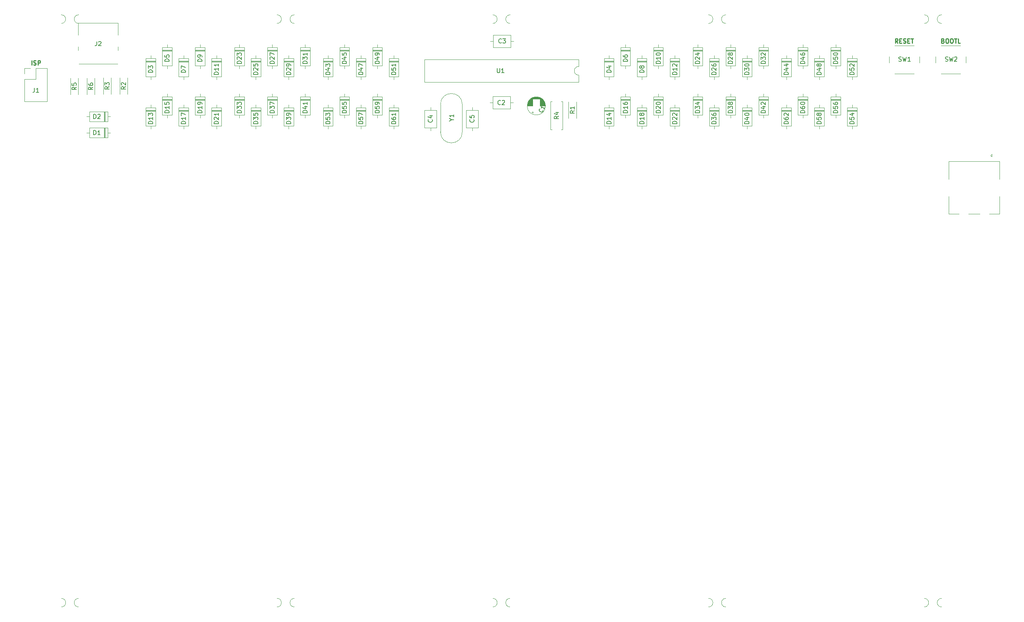
<source format=gto>
G04 #@! TF.GenerationSoftware,KiCad,Pcbnew,(5.1.5)-3*
G04 #@! TF.CreationDate,2021-02-20T19:48:05-08:00*
G04 #@! TF.ProjectId,framework,6672616d-6577-46f7-926b-2e6b69636164,1*
G04 #@! TF.SameCoordinates,Original*
G04 #@! TF.FileFunction,Legend,Top*
G04 #@! TF.FilePolarity,Positive*
%FSLAX46Y46*%
G04 Gerber Fmt 4.6, Leading zero omitted, Abs format (unit mm)*
G04 Created by KiCad (PCBNEW (5.1.5)-3) date 2021-02-20 19:48:05*
%MOMM*%
%LPD*%
G04 APERTURE LIST*
%ADD10C,0.120000*%
%ADD11C,0.100000*%
%ADD12C,0.150000*%
%ADD13C,0.250000*%
G04 APERTURE END LIST*
D10*
X224553875Y-223384126D02*
X224953875Y-223384126D01*
X224753875Y-223584126D02*
X224753875Y-223184126D01*
X225261375Y-219792125D02*
X226001375Y-219792125D01*
X225094375Y-219832125D02*
X226168375Y-219832125D01*
X224967375Y-219872125D02*
X226295375Y-219872125D01*
X224863375Y-219912125D02*
X226399375Y-219912125D01*
X224772375Y-219952125D02*
X226490375Y-219952125D01*
X224691375Y-219992125D02*
X226571375Y-219992125D01*
X224618375Y-220032125D02*
X226644375Y-220032125D01*
X224551375Y-220072125D02*
X226711375Y-220072125D01*
X224489375Y-220112125D02*
X226773375Y-220112125D01*
X224431375Y-220152125D02*
X226831375Y-220152125D01*
X224377375Y-220192125D02*
X226885375Y-220192125D01*
X224327375Y-220232125D02*
X226935375Y-220232125D01*
X224280375Y-220272125D02*
X226982375Y-220272125D01*
X226471375Y-220312125D02*
X227027375Y-220312125D01*
X224235375Y-220312125D02*
X224791375Y-220312125D01*
X226471375Y-220352125D02*
X227069375Y-220352125D01*
X224193375Y-220352125D02*
X224791375Y-220352125D01*
X226471375Y-220392125D02*
X227109375Y-220392125D01*
X224153375Y-220392125D02*
X224791375Y-220392125D01*
X226471375Y-220432125D02*
X227147375Y-220432125D01*
X224115375Y-220432125D02*
X224791375Y-220432125D01*
X226471375Y-220472125D02*
X227183375Y-220472125D01*
X224079375Y-220472125D02*
X224791375Y-220472125D01*
X226471375Y-220512125D02*
X227218375Y-220512125D01*
X224044375Y-220512125D02*
X224791375Y-220512125D01*
X226471375Y-220552125D02*
X227250375Y-220552125D01*
X224012375Y-220552125D02*
X224791375Y-220552125D01*
X226471375Y-220592125D02*
X227281375Y-220592125D01*
X223981375Y-220592125D02*
X224791375Y-220592125D01*
X226471375Y-220632125D02*
X227311375Y-220632125D01*
X223951375Y-220632125D02*
X224791375Y-220632125D01*
X226471375Y-220672125D02*
X227339375Y-220672125D01*
X223923375Y-220672125D02*
X224791375Y-220672125D01*
X226471375Y-220712125D02*
X227366375Y-220712125D01*
X223896375Y-220712125D02*
X224791375Y-220712125D01*
X226471375Y-220752125D02*
X227391375Y-220752125D01*
X223871375Y-220752125D02*
X224791375Y-220752125D01*
X226471375Y-220792125D02*
X227416375Y-220792125D01*
X223846375Y-220792125D02*
X224791375Y-220792125D01*
X226471375Y-220832125D02*
X227439375Y-220832125D01*
X223823375Y-220832125D02*
X224791375Y-220832125D01*
X226471375Y-220872125D02*
X227461375Y-220872125D01*
X223801375Y-220872125D02*
X224791375Y-220872125D01*
X226471375Y-220912125D02*
X227482375Y-220912125D01*
X223780375Y-220912125D02*
X224791375Y-220912125D01*
X226471375Y-220952125D02*
X227501375Y-220952125D01*
X223761375Y-220952125D02*
X224791375Y-220952125D01*
X226471375Y-220992125D02*
X227520375Y-220992125D01*
X223742375Y-220992125D02*
X224791375Y-220992125D01*
X226471375Y-221032125D02*
X227538375Y-221032125D01*
X223724375Y-221032125D02*
X224791375Y-221032125D01*
X226471375Y-221072125D02*
X227555375Y-221072125D01*
X223707375Y-221072125D02*
X224791375Y-221072125D01*
X226471375Y-221112125D02*
X227571375Y-221112125D01*
X223691375Y-221112125D02*
X224791375Y-221112125D01*
X226471375Y-221152125D02*
X227585375Y-221152125D01*
X223677375Y-221152125D02*
X224791375Y-221152125D01*
X226471375Y-221193125D02*
X227599375Y-221193125D01*
X223663375Y-221193125D02*
X224791375Y-221193125D01*
X226471375Y-221233125D02*
X227613375Y-221233125D01*
X223649375Y-221233125D02*
X224791375Y-221233125D01*
X226471375Y-221273125D02*
X227625375Y-221273125D01*
X223637375Y-221273125D02*
X224791375Y-221273125D01*
X226471375Y-221313125D02*
X227636375Y-221313125D01*
X223626375Y-221313125D02*
X224791375Y-221313125D01*
X226471375Y-221353125D02*
X227647375Y-221353125D01*
X223615375Y-221353125D02*
X224791375Y-221353125D01*
X226471375Y-221393125D02*
X227656375Y-221393125D01*
X223606375Y-221393125D02*
X224791375Y-221393125D01*
X226471375Y-221433125D02*
X227665375Y-221433125D01*
X223597375Y-221433125D02*
X224791375Y-221433125D01*
X226471375Y-221473125D02*
X227673375Y-221473125D01*
X223589375Y-221473125D02*
X224791375Y-221473125D01*
X226471375Y-221513125D02*
X227681375Y-221513125D01*
X223581375Y-221513125D02*
X224791375Y-221513125D01*
X226471375Y-221553125D02*
X227687375Y-221553125D01*
X223575375Y-221553125D02*
X224791375Y-221553125D01*
X226471375Y-221593125D02*
X227693375Y-221593125D01*
X223569375Y-221593125D02*
X224791375Y-221593125D01*
X226471375Y-221633125D02*
X227698375Y-221633125D01*
X223564375Y-221633125D02*
X224791375Y-221633125D01*
X226471375Y-221673125D02*
X227702375Y-221673125D01*
X223560375Y-221673125D02*
X224791375Y-221673125D01*
X226471375Y-221713125D02*
X227705375Y-221713125D01*
X223557375Y-221713125D02*
X224791375Y-221713125D01*
X226471375Y-221753125D02*
X227708375Y-221753125D01*
X223554375Y-221753125D02*
X224791375Y-221753125D01*
X223552375Y-221793125D02*
X224791375Y-221793125D01*
X226471375Y-221793125D02*
X227710375Y-221793125D01*
X223551375Y-221833125D02*
X224791375Y-221833125D01*
X226471375Y-221833125D02*
X227711375Y-221833125D01*
X223551375Y-221873125D02*
X224791375Y-221873125D01*
X226471375Y-221873125D02*
X227711375Y-221873125D01*
X227751375Y-221873125D02*
G75*
G03X227751375Y-221873125I-2120000J0D01*
G01*
X208471375Y-221537625D02*
G75*
G03X203421375Y-221537625I-2525000J0D01*
G01*
X208471375Y-227937625D02*
G75*
G02X203421375Y-227937625I-2525000J0D01*
G01*
X208471375Y-227937625D02*
X208471375Y-221537625D01*
X203421375Y-227937625D02*
X203421375Y-221537625D01*
X235430750Y-216391000D02*
X235430750Y-214741000D01*
X199750750Y-216391000D02*
X235430750Y-216391000D01*
X199750750Y-211091000D02*
X199750750Y-216391000D01*
X235430750Y-211091000D02*
X199750750Y-211091000D01*
X235430750Y-212741000D02*
X235430750Y-211091000D01*
X235430750Y-214741000D02*
G75*
G02X235430750Y-212741000I0J1000000D01*
G01*
X323588500Y-246955500D02*
X321188500Y-246955500D01*
X328388500Y-246955500D02*
X325788500Y-246955500D01*
X332988500Y-246955500D02*
X330588500Y-246955500D01*
X331188500Y-233655500D02*
X330888500Y-233355500D01*
X331188500Y-233055500D02*
X331188500Y-233655500D01*
X330888500Y-233355500D02*
X331188500Y-233055500D01*
X332988500Y-234755500D02*
X321188500Y-234755500D01*
X332988500Y-238855500D02*
X332988500Y-234755500D01*
X321188500Y-238855500D02*
X321188500Y-234755500D01*
X321188500Y-246955500D02*
X321188500Y-242855500D01*
X332988500Y-242855500D02*
X332988500Y-246955500D01*
X318202500Y-210415000D02*
X318202500Y-211915000D01*
X319452500Y-214415000D02*
X323952500Y-214415000D01*
X325202500Y-211915000D02*
X325202500Y-210415000D01*
X323952500Y-207915000D02*
X319452500Y-207915000D01*
X307407500Y-210415000D02*
X307407500Y-211915000D01*
X308657500Y-214415000D02*
X313157500Y-214415000D01*
X314407500Y-211915000D02*
X314407500Y-210415000D01*
X313157500Y-207915000D02*
X308657500Y-207915000D01*
X121460375Y-215440500D02*
X121460375Y-219280500D01*
X123300375Y-215440500D02*
X123300375Y-219280500D01*
X117650375Y-215440500D02*
X117650375Y-219280500D01*
X119490375Y-215440500D02*
X119490375Y-219280500D01*
X228960375Y-227377625D02*
X229290375Y-227377625D01*
X228960375Y-220837625D02*
X228960375Y-227377625D01*
X229290375Y-220837625D02*
X228960375Y-220837625D01*
X231700375Y-227377625D02*
X231370375Y-227377625D01*
X231700375Y-220837625D02*
X231700375Y-227377625D01*
X231370375Y-220837625D02*
X231700375Y-220837625D01*
X127110375Y-219169625D02*
X127110375Y-215329625D01*
X125270375Y-219169625D02*
X125270375Y-215329625D01*
X130920375Y-219169625D02*
X130920375Y-215329625D01*
X129080375Y-219169625D02*
X129080375Y-215329625D01*
X234933375Y-224757625D02*
X234933375Y-220917625D01*
X233093375Y-224757625D02*
X233093375Y-220917625D01*
X128681000Y-209019000D02*
X128681000Y-208119000D01*
X119491000Y-209019000D02*
X119491000Y-208119000D01*
X128681000Y-205419000D02*
X128681000Y-202689000D01*
X119491000Y-205419000D02*
X119491000Y-202689000D01*
X128561000Y-212099000D02*
X119611000Y-212099000D01*
X128681000Y-202689000D02*
X119491000Y-202689000D01*
X107048625Y-213125375D02*
X108378625Y-213125375D01*
X107048625Y-214455375D02*
X107048625Y-213125375D01*
X109648625Y-213125375D02*
X112248625Y-213125375D01*
X109648625Y-215725375D02*
X109648625Y-213125375D01*
X107048625Y-215725375D02*
X109648625Y-215725375D01*
X112248625Y-213125375D02*
X112248625Y-220865375D01*
X107048625Y-215725375D02*
X107048625Y-220865375D01*
X107048625Y-220865375D02*
X112248625Y-220865375D01*
X284711000Y-222889000D02*
X282471000Y-222889000D01*
X284711000Y-223129000D02*
X282471000Y-223129000D01*
X284711000Y-223009000D02*
X282471000Y-223009000D01*
X283591000Y-227179000D02*
X283591000Y-226529000D01*
X283591000Y-221639000D02*
X283591000Y-222289000D01*
X284711000Y-226529000D02*
X284711000Y-222289000D01*
X282471000Y-226529000D02*
X284711000Y-226529000D01*
X282471000Y-222289000D02*
X282471000Y-226529000D01*
X284711000Y-222289000D02*
X282471000Y-222289000D01*
X193731000Y-222889000D02*
X191491000Y-222889000D01*
X193731000Y-223129000D02*
X191491000Y-223129000D01*
X193731000Y-223009000D02*
X191491000Y-223009000D01*
X192611000Y-227179000D02*
X192611000Y-226529000D01*
X192611000Y-221639000D02*
X192611000Y-222289000D01*
X193731000Y-226529000D02*
X193731000Y-222289000D01*
X191491000Y-226529000D02*
X193731000Y-226529000D01*
X191491000Y-222289000D02*
X191491000Y-226529000D01*
X193731000Y-222289000D02*
X191491000Y-222289000D01*
X288521000Y-220349000D02*
X286281000Y-220349000D01*
X288521000Y-220589000D02*
X286281000Y-220589000D01*
X288521000Y-220469000D02*
X286281000Y-220469000D01*
X287401000Y-224639000D02*
X287401000Y-223989000D01*
X287401000Y-219099000D02*
X287401000Y-219749000D01*
X288521000Y-223989000D02*
X288521000Y-219749000D01*
X286281000Y-223989000D02*
X288521000Y-223989000D01*
X286281000Y-219749000D02*
X286281000Y-223989000D01*
X288521000Y-219749000D02*
X286281000Y-219749000D01*
X189921000Y-220349000D02*
X187681000Y-220349000D01*
X189921000Y-220589000D02*
X187681000Y-220589000D01*
X189921000Y-220469000D02*
X187681000Y-220469000D01*
X188801000Y-224639000D02*
X188801000Y-223989000D01*
X188801000Y-219099000D02*
X188801000Y-219749000D01*
X189921000Y-223989000D02*
X189921000Y-219749000D01*
X187681000Y-223989000D02*
X189921000Y-223989000D01*
X187681000Y-219749000D02*
X187681000Y-223989000D01*
X189921000Y-219749000D02*
X187681000Y-219749000D01*
X292331000Y-222889000D02*
X290091000Y-222889000D01*
X292331000Y-223129000D02*
X290091000Y-223129000D01*
X292331000Y-223009000D02*
X290091000Y-223009000D01*
X291211000Y-227179000D02*
X291211000Y-226529000D01*
X291211000Y-221639000D02*
X291211000Y-222289000D01*
X292331000Y-226529000D02*
X292331000Y-222289000D01*
X290091000Y-226529000D02*
X292331000Y-226529000D01*
X290091000Y-222289000D02*
X290091000Y-226529000D01*
X292331000Y-222289000D02*
X290091000Y-222289000D01*
X186111000Y-222889000D02*
X183871000Y-222889000D01*
X186111000Y-223129000D02*
X183871000Y-223129000D01*
X186111000Y-223009000D02*
X183871000Y-223009000D01*
X184991000Y-227179000D02*
X184991000Y-226529000D01*
X184991000Y-221639000D02*
X184991000Y-222289000D01*
X186111000Y-226529000D02*
X186111000Y-222289000D01*
X183871000Y-226529000D02*
X186111000Y-226529000D01*
X183871000Y-222289000D02*
X183871000Y-226529000D01*
X186111000Y-222289000D02*
X183871000Y-222289000D01*
X296141000Y-220349000D02*
X293901000Y-220349000D01*
X296141000Y-220589000D02*
X293901000Y-220589000D01*
X296141000Y-220469000D02*
X293901000Y-220469000D01*
X295021000Y-224639000D02*
X295021000Y-223989000D01*
X295021000Y-219099000D02*
X295021000Y-219749000D01*
X296141000Y-223989000D02*
X296141000Y-219749000D01*
X293901000Y-223989000D02*
X296141000Y-223989000D01*
X293901000Y-219749000D02*
X293901000Y-223989000D01*
X296141000Y-219749000D02*
X293901000Y-219749000D01*
X182301000Y-220349000D02*
X180061000Y-220349000D01*
X182301000Y-220589000D02*
X180061000Y-220589000D01*
X182301000Y-220469000D02*
X180061000Y-220469000D01*
X181181000Y-224639000D02*
X181181000Y-223989000D01*
X181181000Y-219099000D02*
X181181000Y-219749000D01*
X182301000Y-223989000D02*
X182301000Y-219749000D01*
X180061000Y-223989000D02*
X182301000Y-223989000D01*
X180061000Y-219749000D02*
X180061000Y-223989000D01*
X182301000Y-219749000D02*
X180061000Y-219749000D01*
X299951000Y-222889000D02*
X297711000Y-222889000D01*
X299951000Y-223129000D02*
X297711000Y-223129000D01*
X299951000Y-223009000D02*
X297711000Y-223009000D01*
X298831000Y-227179000D02*
X298831000Y-226529000D01*
X298831000Y-221639000D02*
X298831000Y-222289000D01*
X299951000Y-226529000D02*
X299951000Y-222289000D01*
X297711000Y-226529000D02*
X299951000Y-226529000D01*
X297711000Y-222289000D02*
X297711000Y-226529000D01*
X299951000Y-222289000D02*
X297711000Y-222289000D01*
X178491000Y-222889000D02*
X176251000Y-222889000D01*
X178491000Y-223129000D02*
X176251000Y-223129000D01*
X178491000Y-223009000D02*
X176251000Y-223009000D01*
X177371000Y-227179000D02*
X177371000Y-226529000D01*
X177371000Y-221639000D02*
X177371000Y-222289000D01*
X178491000Y-226529000D02*
X178491000Y-222289000D01*
X176251000Y-226529000D02*
X178491000Y-226529000D01*
X176251000Y-222289000D02*
X176251000Y-226529000D01*
X178491000Y-222289000D02*
X176251000Y-222289000D01*
X299951000Y-211459000D02*
X297711000Y-211459000D01*
X299951000Y-211699000D02*
X297711000Y-211699000D01*
X299951000Y-211579000D02*
X297711000Y-211579000D01*
X298831000Y-215749000D02*
X298831000Y-215099000D01*
X298831000Y-210209000D02*
X298831000Y-210859000D01*
X299951000Y-215099000D02*
X299951000Y-210859000D01*
X297711000Y-215099000D02*
X299951000Y-215099000D01*
X297711000Y-210859000D02*
X297711000Y-215099000D01*
X299951000Y-210859000D02*
X297711000Y-210859000D01*
X193731000Y-211459000D02*
X191491000Y-211459000D01*
X193731000Y-211699000D02*
X191491000Y-211699000D01*
X193731000Y-211579000D02*
X191491000Y-211579000D01*
X192611000Y-215749000D02*
X192611000Y-215099000D01*
X192611000Y-210209000D02*
X192611000Y-210859000D01*
X193731000Y-215099000D02*
X193731000Y-210859000D01*
X191491000Y-215099000D02*
X193731000Y-215099000D01*
X191491000Y-210859000D02*
X191491000Y-215099000D01*
X193731000Y-210859000D02*
X191491000Y-210859000D01*
X296141000Y-208919000D02*
X293901000Y-208919000D01*
X296141000Y-209159000D02*
X293901000Y-209159000D01*
X296141000Y-209039000D02*
X293901000Y-209039000D01*
X295021000Y-213209000D02*
X295021000Y-212559000D01*
X295021000Y-207669000D02*
X295021000Y-208319000D01*
X296141000Y-212559000D02*
X296141000Y-208319000D01*
X293901000Y-212559000D02*
X296141000Y-212559000D01*
X293901000Y-208319000D02*
X293901000Y-212559000D01*
X296141000Y-208319000D02*
X293901000Y-208319000D01*
X189921000Y-208919000D02*
X187681000Y-208919000D01*
X189921000Y-209159000D02*
X187681000Y-209159000D01*
X189921000Y-209039000D02*
X187681000Y-209039000D01*
X188801000Y-213209000D02*
X188801000Y-212559000D01*
X188801000Y-207669000D02*
X188801000Y-208319000D01*
X189921000Y-212559000D02*
X189921000Y-208319000D01*
X187681000Y-212559000D02*
X189921000Y-212559000D01*
X187681000Y-208319000D02*
X187681000Y-212559000D01*
X189921000Y-208319000D02*
X187681000Y-208319000D01*
X292331000Y-211459000D02*
X290091000Y-211459000D01*
X292331000Y-211699000D02*
X290091000Y-211699000D01*
X292331000Y-211579000D02*
X290091000Y-211579000D01*
X291211000Y-215749000D02*
X291211000Y-215099000D01*
X291211000Y-210209000D02*
X291211000Y-210859000D01*
X292331000Y-215099000D02*
X292331000Y-210859000D01*
X290091000Y-215099000D02*
X292331000Y-215099000D01*
X290091000Y-210859000D02*
X290091000Y-215099000D01*
X292331000Y-210859000D02*
X290091000Y-210859000D01*
X186111000Y-211459000D02*
X183871000Y-211459000D01*
X186111000Y-211699000D02*
X183871000Y-211699000D01*
X186111000Y-211579000D02*
X183871000Y-211579000D01*
X184991000Y-215749000D02*
X184991000Y-215099000D01*
X184991000Y-210209000D02*
X184991000Y-210859000D01*
X186111000Y-215099000D02*
X186111000Y-210859000D01*
X183871000Y-215099000D02*
X186111000Y-215099000D01*
X183871000Y-210859000D02*
X183871000Y-215099000D01*
X186111000Y-210859000D02*
X183871000Y-210859000D01*
X288521000Y-208919000D02*
X286281000Y-208919000D01*
X288521000Y-209159000D02*
X286281000Y-209159000D01*
X288521000Y-209039000D02*
X286281000Y-209039000D01*
X287401000Y-213209000D02*
X287401000Y-212559000D01*
X287401000Y-207669000D02*
X287401000Y-208319000D01*
X288521000Y-212559000D02*
X288521000Y-208319000D01*
X286281000Y-212559000D02*
X288521000Y-212559000D01*
X286281000Y-208319000D02*
X286281000Y-212559000D01*
X288521000Y-208319000D02*
X286281000Y-208319000D01*
X182301000Y-208919000D02*
X180061000Y-208919000D01*
X182301000Y-209159000D02*
X180061000Y-209159000D01*
X182301000Y-209039000D02*
X180061000Y-209039000D01*
X181181000Y-213209000D02*
X181181000Y-212559000D01*
X181181000Y-207669000D02*
X181181000Y-208319000D01*
X182301000Y-212559000D02*
X182301000Y-208319000D01*
X180061000Y-212559000D02*
X182301000Y-212559000D01*
X180061000Y-208319000D02*
X180061000Y-212559000D01*
X182301000Y-208319000D02*
X180061000Y-208319000D01*
X284711000Y-211459000D02*
X282471000Y-211459000D01*
X284711000Y-211699000D02*
X282471000Y-211699000D01*
X284711000Y-211579000D02*
X282471000Y-211579000D01*
X283591000Y-215749000D02*
X283591000Y-215099000D01*
X283591000Y-210209000D02*
X283591000Y-210859000D01*
X284711000Y-215099000D02*
X284711000Y-210859000D01*
X282471000Y-215099000D02*
X284711000Y-215099000D01*
X282471000Y-210859000D02*
X282471000Y-215099000D01*
X284711000Y-210859000D02*
X282471000Y-210859000D01*
X178491000Y-211459000D02*
X176251000Y-211459000D01*
X178491000Y-211699000D02*
X176251000Y-211699000D01*
X178491000Y-211579000D02*
X176251000Y-211579000D01*
X177371000Y-215749000D02*
X177371000Y-215099000D01*
X177371000Y-210209000D02*
X177371000Y-210859000D01*
X178491000Y-215099000D02*
X178491000Y-210859000D01*
X176251000Y-215099000D02*
X178491000Y-215099000D01*
X176251000Y-210859000D02*
X176251000Y-215099000D01*
X178491000Y-210859000D02*
X176251000Y-210859000D01*
X279401000Y-220349000D02*
X277161000Y-220349000D01*
X279401000Y-220589000D02*
X277161000Y-220589000D01*
X279401000Y-220469000D02*
X277161000Y-220469000D01*
X278281000Y-224639000D02*
X278281000Y-223989000D01*
X278281000Y-219099000D02*
X278281000Y-219749000D01*
X279401000Y-223989000D02*
X279401000Y-219749000D01*
X277161000Y-223989000D02*
X279401000Y-223989000D01*
X277161000Y-219749000D02*
X277161000Y-223989000D01*
X279401000Y-219749000D02*
X277161000Y-219749000D01*
X173181000Y-220349000D02*
X170941000Y-220349000D01*
X173181000Y-220589000D02*
X170941000Y-220589000D01*
X173181000Y-220469000D02*
X170941000Y-220469000D01*
X172061000Y-224639000D02*
X172061000Y-223989000D01*
X172061000Y-219099000D02*
X172061000Y-219749000D01*
X173181000Y-223989000D02*
X173181000Y-219749000D01*
X170941000Y-223989000D02*
X173181000Y-223989000D01*
X170941000Y-219749000D02*
X170941000Y-223989000D01*
X173181000Y-219749000D02*
X170941000Y-219749000D01*
X275591000Y-222889000D02*
X273351000Y-222889000D01*
X275591000Y-223129000D02*
X273351000Y-223129000D01*
X275591000Y-223009000D02*
X273351000Y-223009000D01*
X274471000Y-227179000D02*
X274471000Y-226529000D01*
X274471000Y-221639000D02*
X274471000Y-222289000D01*
X275591000Y-226529000D02*
X275591000Y-222289000D01*
X273351000Y-226529000D02*
X275591000Y-226529000D01*
X273351000Y-222289000D02*
X273351000Y-226529000D01*
X275591000Y-222289000D02*
X273351000Y-222289000D01*
X169371000Y-222889000D02*
X167131000Y-222889000D01*
X169371000Y-223129000D02*
X167131000Y-223129000D01*
X169371000Y-223009000D02*
X167131000Y-223009000D01*
X168251000Y-227179000D02*
X168251000Y-226529000D01*
X168251000Y-221639000D02*
X168251000Y-222289000D01*
X169371000Y-226529000D02*
X169371000Y-222289000D01*
X167131000Y-226529000D02*
X169371000Y-226529000D01*
X167131000Y-222289000D02*
X167131000Y-226529000D01*
X169371000Y-222289000D02*
X167131000Y-222289000D01*
X271781000Y-220349000D02*
X269541000Y-220349000D01*
X271781000Y-220589000D02*
X269541000Y-220589000D01*
X271781000Y-220469000D02*
X269541000Y-220469000D01*
X270661000Y-224639000D02*
X270661000Y-223989000D01*
X270661000Y-219099000D02*
X270661000Y-219749000D01*
X271781000Y-223989000D02*
X271781000Y-219749000D01*
X269541000Y-223989000D02*
X271781000Y-223989000D01*
X269541000Y-219749000D02*
X269541000Y-223989000D01*
X271781000Y-219749000D02*
X269541000Y-219749000D01*
X165561000Y-220349000D02*
X163321000Y-220349000D01*
X165561000Y-220589000D02*
X163321000Y-220589000D01*
X165561000Y-220469000D02*
X163321000Y-220469000D01*
X164441000Y-224639000D02*
X164441000Y-223989000D01*
X164441000Y-219099000D02*
X164441000Y-219749000D01*
X165561000Y-223989000D02*
X165561000Y-219749000D01*
X163321000Y-223989000D02*
X165561000Y-223989000D01*
X163321000Y-219749000D02*
X163321000Y-223989000D01*
X165561000Y-219749000D02*
X163321000Y-219749000D01*
X267971000Y-222889000D02*
X265731000Y-222889000D01*
X267971000Y-223129000D02*
X265731000Y-223129000D01*
X267971000Y-223009000D02*
X265731000Y-223009000D01*
X266851000Y-227179000D02*
X266851000Y-226529000D01*
X266851000Y-221639000D02*
X266851000Y-222289000D01*
X267971000Y-226529000D02*
X267971000Y-222289000D01*
X265731000Y-226529000D02*
X267971000Y-226529000D01*
X265731000Y-222289000D02*
X265731000Y-226529000D01*
X267971000Y-222289000D02*
X265731000Y-222289000D01*
X161751000Y-222889000D02*
X159511000Y-222889000D01*
X161751000Y-223129000D02*
X159511000Y-223129000D01*
X161751000Y-223009000D02*
X159511000Y-223009000D01*
X160631000Y-227179000D02*
X160631000Y-226529000D01*
X160631000Y-221639000D02*
X160631000Y-222289000D01*
X161751000Y-226529000D02*
X161751000Y-222289000D01*
X159511000Y-226529000D02*
X161751000Y-226529000D01*
X159511000Y-222289000D02*
X159511000Y-226529000D01*
X161751000Y-222289000D02*
X159511000Y-222289000D01*
X264161000Y-220349000D02*
X261921000Y-220349000D01*
X264161000Y-220589000D02*
X261921000Y-220589000D01*
X264161000Y-220469000D02*
X261921000Y-220469000D01*
X263041000Y-224639000D02*
X263041000Y-223989000D01*
X263041000Y-219099000D02*
X263041000Y-219749000D01*
X264161000Y-223989000D02*
X264161000Y-219749000D01*
X261921000Y-223989000D02*
X264161000Y-223989000D01*
X261921000Y-219749000D02*
X261921000Y-223989000D01*
X264161000Y-219749000D02*
X261921000Y-219749000D01*
X157941000Y-220349000D02*
X155701000Y-220349000D01*
X157941000Y-220589000D02*
X155701000Y-220589000D01*
X157941000Y-220469000D02*
X155701000Y-220469000D01*
X156821000Y-224639000D02*
X156821000Y-223989000D01*
X156821000Y-219099000D02*
X156821000Y-219749000D01*
X157941000Y-223989000D02*
X157941000Y-219749000D01*
X155701000Y-223989000D02*
X157941000Y-223989000D01*
X155701000Y-219749000D02*
X155701000Y-223989000D01*
X157941000Y-219749000D02*
X155701000Y-219749000D01*
X279401000Y-208919000D02*
X277161000Y-208919000D01*
X279401000Y-209159000D02*
X277161000Y-209159000D01*
X279401000Y-209039000D02*
X277161000Y-209039000D01*
X278281000Y-213209000D02*
X278281000Y-212559000D01*
X278281000Y-207669000D02*
X278281000Y-208319000D01*
X279401000Y-212559000D02*
X279401000Y-208319000D01*
X277161000Y-212559000D02*
X279401000Y-212559000D01*
X277161000Y-208319000D02*
X277161000Y-212559000D01*
X279401000Y-208319000D02*
X277161000Y-208319000D01*
X173181000Y-208919000D02*
X170941000Y-208919000D01*
X173181000Y-209159000D02*
X170941000Y-209159000D01*
X173181000Y-209039000D02*
X170941000Y-209039000D01*
X172061000Y-213209000D02*
X172061000Y-212559000D01*
X172061000Y-207669000D02*
X172061000Y-208319000D01*
X173181000Y-212559000D02*
X173181000Y-208319000D01*
X170941000Y-212559000D02*
X173181000Y-212559000D01*
X170941000Y-208319000D02*
X170941000Y-212559000D01*
X173181000Y-208319000D02*
X170941000Y-208319000D01*
X275591000Y-211459000D02*
X273351000Y-211459000D01*
X275591000Y-211699000D02*
X273351000Y-211699000D01*
X275591000Y-211579000D02*
X273351000Y-211579000D01*
X274471000Y-215749000D02*
X274471000Y-215099000D01*
X274471000Y-210209000D02*
X274471000Y-210859000D01*
X275591000Y-215099000D02*
X275591000Y-210859000D01*
X273351000Y-215099000D02*
X275591000Y-215099000D01*
X273351000Y-210859000D02*
X273351000Y-215099000D01*
X275591000Y-210859000D02*
X273351000Y-210859000D01*
X169371000Y-211459000D02*
X167131000Y-211459000D01*
X169371000Y-211699000D02*
X167131000Y-211699000D01*
X169371000Y-211579000D02*
X167131000Y-211579000D01*
X168251000Y-215749000D02*
X168251000Y-215099000D01*
X168251000Y-210209000D02*
X168251000Y-210859000D01*
X169371000Y-215099000D02*
X169371000Y-210859000D01*
X167131000Y-215099000D02*
X169371000Y-215099000D01*
X167131000Y-210859000D02*
X167131000Y-215099000D01*
X169371000Y-210859000D02*
X167131000Y-210859000D01*
X271781000Y-208919000D02*
X269541000Y-208919000D01*
X271781000Y-209159000D02*
X269541000Y-209159000D01*
X271781000Y-209039000D02*
X269541000Y-209039000D01*
X270661000Y-213209000D02*
X270661000Y-212559000D01*
X270661000Y-207669000D02*
X270661000Y-208319000D01*
X271781000Y-212559000D02*
X271781000Y-208319000D01*
X269541000Y-212559000D02*
X271781000Y-212559000D01*
X269541000Y-208319000D02*
X269541000Y-212559000D01*
X271781000Y-208319000D02*
X269541000Y-208319000D01*
X165561000Y-208919000D02*
X163321000Y-208919000D01*
X165561000Y-209159000D02*
X163321000Y-209159000D01*
X165561000Y-209039000D02*
X163321000Y-209039000D01*
X164441000Y-213209000D02*
X164441000Y-212559000D01*
X164441000Y-207669000D02*
X164441000Y-208319000D01*
X165561000Y-212559000D02*
X165561000Y-208319000D01*
X163321000Y-212559000D02*
X165561000Y-212559000D01*
X163321000Y-208319000D02*
X163321000Y-212559000D01*
X165561000Y-208319000D02*
X163321000Y-208319000D01*
X267971000Y-211459000D02*
X265731000Y-211459000D01*
X267971000Y-211699000D02*
X265731000Y-211699000D01*
X267971000Y-211579000D02*
X265731000Y-211579000D01*
X266851000Y-215749000D02*
X266851000Y-215099000D01*
X266851000Y-210209000D02*
X266851000Y-210859000D01*
X267971000Y-215099000D02*
X267971000Y-210859000D01*
X265731000Y-215099000D02*
X267971000Y-215099000D01*
X265731000Y-210859000D02*
X265731000Y-215099000D01*
X267971000Y-210859000D02*
X265731000Y-210859000D01*
X161751000Y-211459000D02*
X159511000Y-211459000D01*
X161751000Y-211699000D02*
X159511000Y-211699000D01*
X161751000Y-211579000D02*
X159511000Y-211579000D01*
X160631000Y-215749000D02*
X160631000Y-215099000D01*
X160631000Y-210209000D02*
X160631000Y-210859000D01*
X161751000Y-215099000D02*
X161751000Y-210859000D01*
X159511000Y-215099000D02*
X161751000Y-215099000D01*
X159511000Y-210859000D02*
X159511000Y-215099000D01*
X161751000Y-210859000D02*
X159511000Y-210859000D01*
X264161000Y-208919000D02*
X261921000Y-208919000D01*
X264161000Y-209159000D02*
X261921000Y-209159000D01*
X264161000Y-209039000D02*
X261921000Y-209039000D01*
X263041000Y-213209000D02*
X263041000Y-212559000D01*
X263041000Y-207669000D02*
X263041000Y-208319000D01*
X264161000Y-212559000D02*
X264161000Y-208319000D01*
X261921000Y-212559000D02*
X264161000Y-212559000D01*
X261921000Y-208319000D02*
X261921000Y-212559000D01*
X264161000Y-208319000D02*
X261921000Y-208319000D01*
X157941000Y-208919000D02*
X155701000Y-208919000D01*
X157941000Y-209159000D02*
X155701000Y-209159000D01*
X157941000Y-209039000D02*
X155701000Y-209039000D01*
X156821000Y-213209000D02*
X156821000Y-212559000D01*
X156821000Y-207669000D02*
X156821000Y-208319000D01*
X157941000Y-212559000D02*
X157941000Y-208319000D01*
X155701000Y-212559000D02*
X157941000Y-212559000D01*
X155701000Y-208319000D02*
X155701000Y-212559000D01*
X157941000Y-208319000D02*
X155701000Y-208319000D01*
X258851000Y-222889000D02*
X256611000Y-222889000D01*
X258851000Y-223129000D02*
X256611000Y-223129000D01*
X258851000Y-223009000D02*
X256611000Y-223009000D01*
X257731000Y-227179000D02*
X257731000Y-226529000D01*
X257731000Y-221639000D02*
X257731000Y-222289000D01*
X258851000Y-226529000D02*
X258851000Y-222289000D01*
X256611000Y-226529000D02*
X258851000Y-226529000D01*
X256611000Y-222289000D02*
X256611000Y-226529000D01*
X258851000Y-222289000D02*
X256611000Y-222289000D01*
X152631000Y-222889000D02*
X150391000Y-222889000D01*
X152631000Y-223129000D02*
X150391000Y-223129000D01*
X152631000Y-223009000D02*
X150391000Y-223009000D01*
X151511000Y-227179000D02*
X151511000Y-226529000D01*
X151511000Y-221639000D02*
X151511000Y-222289000D01*
X152631000Y-226529000D02*
X152631000Y-222289000D01*
X150391000Y-226529000D02*
X152631000Y-226529000D01*
X150391000Y-222289000D02*
X150391000Y-226529000D01*
X152631000Y-222289000D02*
X150391000Y-222289000D01*
X255041000Y-220349000D02*
X252801000Y-220349000D01*
X255041000Y-220589000D02*
X252801000Y-220589000D01*
X255041000Y-220469000D02*
X252801000Y-220469000D01*
X253921000Y-224639000D02*
X253921000Y-223989000D01*
X253921000Y-219099000D02*
X253921000Y-219749000D01*
X255041000Y-223989000D02*
X255041000Y-219749000D01*
X252801000Y-223989000D02*
X255041000Y-223989000D01*
X252801000Y-219749000D02*
X252801000Y-223989000D01*
X255041000Y-219749000D02*
X252801000Y-219749000D01*
X148821000Y-220349000D02*
X146581000Y-220349000D01*
X148821000Y-220589000D02*
X146581000Y-220589000D01*
X148821000Y-220469000D02*
X146581000Y-220469000D01*
X147701000Y-224639000D02*
X147701000Y-223989000D01*
X147701000Y-219099000D02*
X147701000Y-219749000D01*
X148821000Y-223989000D02*
X148821000Y-219749000D01*
X146581000Y-223989000D02*
X148821000Y-223989000D01*
X146581000Y-219749000D02*
X146581000Y-223989000D01*
X148821000Y-219749000D02*
X146581000Y-219749000D01*
X251231000Y-222889000D02*
X248991000Y-222889000D01*
X251231000Y-223129000D02*
X248991000Y-223129000D01*
X251231000Y-223009000D02*
X248991000Y-223009000D01*
X250111000Y-227179000D02*
X250111000Y-226529000D01*
X250111000Y-221639000D02*
X250111000Y-222289000D01*
X251231000Y-226529000D02*
X251231000Y-222289000D01*
X248991000Y-226529000D02*
X251231000Y-226529000D01*
X248991000Y-222289000D02*
X248991000Y-226529000D01*
X251231000Y-222289000D02*
X248991000Y-222289000D01*
X145011000Y-222889000D02*
X142771000Y-222889000D01*
X145011000Y-223129000D02*
X142771000Y-223129000D01*
X145011000Y-223009000D02*
X142771000Y-223009000D01*
X143891000Y-227179000D02*
X143891000Y-226529000D01*
X143891000Y-221639000D02*
X143891000Y-222289000D01*
X145011000Y-226529000D02*
X145011000Y-222289000D01*
X142771000Y-226529000D02*
X145011000Y-226529000D01*
X142771000Y-222289000D02*
X142771000Y-226529000D01*
X145011000Y-222289000D02*
X142771000Y-222289000D01*
X247421000Y-220349000D02*
X245181000Y-220349000D01*
X247421000Y-220589000D02*
X245181000Y-220589000D01*
X247421000Y-220469000D02*
X245181000Y-220469000D01*
X246301000Y-224639000D02*
X246301000Y-223989000D01*
X246301000Y-219099000D02*
X246301000Y-219749000D01*
X247421000Y-223989000D02*
X247421000Y-219749000D01*
X245181000Y-223989000D02*
X247421000Y-223989000D01*
X245181000Y-219749000D02*
X245181000Y-223989000D01*
X247421000Y-219749000D02*
X245181000Y-219749000D01*
X141201000Y-220349000D02*
X138961000Y-220349000D01*
X141201000Y-220589000D02*
X138961000Y-220589000D01*
X141201000Y-220469000D02*
X138961000Y-220469000D01*
X140081000Y-224639000D02*
X140081000Y-223989000D01*
X140081000Y-219099000D02*
X140081000Y-219749000D01*
X141201000Y-223989000D02*
X141201000Y-219749000D01*
X138961000Y-223989000D02*
X141201000Y-223989000D01*
X138961000Y-219749000D02*
X138961000Y-223989000D01*
X141201000Y-219749000D02*
X138961000Y-219749000D01*
X243611000Y-222889000D02*
X241371000Y-222889000D01*
X243611000Y-223129000D02*
X241371000Y-223129000D01*
X243611000Y-223009000D02*
X241371000Y-223009000D01*
X242491000Y-227179000D02*
X242491000Y-226529000D01*
X242491000Y-221639000D02*
X242491000Y-222289000D01*
X243611000Y-226529000D02*
X243611000Y-222289000D01*
X241371000Y-226529000D02*
X243611000Y-226529000D01*
X241371000Y-222289000D02*
X241371000Y-226529000D01*
X243611000Y-222289000D02*
X241371000Y-222289000D01*
X137391000Y-222889000D02*
X135151000Y-222889000D01*
X137391000Y-223129000D02*
X135151000Y-223129000D01*
X137391000Y-223009000D02*
X135151000Y-223009000D01*
X136271000Y-227179000D02*
X136271000Y-226529000D01*
X136271000Y-221639000D02*
X136271000Y-222289000D01*
X137391000Y-226529000D02*
X137391000Y-222289000D01*
X135151000Y-226529000D02*
X137391000Y-226529000D01*
X135151000Y-222289000D02*
X135151000Y-226529000D01*
X137391000Y-222289000D02*
X135151000Y-222289000D01*
X258851000Y-211459000D02*
X256611000Y-211459000D01*
X258851000Y-211699000D02*
X256611000Y-211699000D01*
X258851000Y-211579000D02*
X256611000Y-211579000D01*
X257731000Y-215749000D02*
X257731000Y-215099000D01*
X257731000Y-210209000D02*
X257731000Y-210859000D01*
X258851000Y-215099000D02*
X258851000Y-210859000D01*
X256611000Y-215099000D02*
X258851000Y-215099000D01*
X256611000Y-210859000D02*
X256611000Y-215099000D01*
X258851000Y-210859000D02*
X256611000Y-210859000D01*
X152631000Y-211459000D02*
X150391000Y-211459000D01*
X152631000Y-211699000D02*
X150391000Y-211699000D01*
X152631000Y-211579000D02*
X150391000Y-211579000D01*
X151511000Y-215749000D02*
X151511000Y-215099000D01*
X151511000Y-210209000D02*
X151511000Y-210859000D01*
X152631000Y-215099000D02*
X152631000Y-210859000D01*
X150391000Y-215099000D02*
X152631000Y-215099000D01*
X150391000Y-210859000D02*
X150391000Y-215099000D01*
X152631000Y-210859000D02*
X150391000Y-210859000D01*
X255041000Y-208919000D02*
X252801000Y-208919000D01*
X255041000Y-209159000D02*
X252801000Y-209159000D01*
X255041000Y-209039000D02*
X252801000Y-209039000D01*
X253921000Y-213209000D02*
X253921000Y-212559000D01*
X253921000Y-207669000D02*
X253921000Y-208319000D01*
X255041000Y-212559000D02*
X255041000Y-208319000D01*
X252801000Y-212559000D02*
X255041000Y-212559000D01*
X252801000Y-208319000D02*
X252801000Y-212559000D01*
X255041000Y-208319000D02*
X252801000Y-208319000D01*
X148821000Y-208919000D02*
X146581000Y-208919000D01*
X148821000Y-209159000D02*
X146581000Y-209159000D01*
X148821000Y-209039000D02*
X146581000Y-209039000D01*
X147701000Y-213209000D02*
X147701000Y-212559000D01*
X147701000Y-207669000D02*
X147701000Y-208319000D01*
X148821000Y-212559000D02*
X148821000Y-208319000D01*
X146581000Y-212559000D02*
X148821000Y-212559000D01*
X146581000Y-208319000D02*
X146581000Y-212559000D01*
X148821000Y-208319000D02*
X146581000Y-208319000D01*
X251231000Y-211459000D02*
X248991000Y-211459000D01*
X251231000Y-211699000D02*
X248991000Y-211699000D01*
X251231000Y-211579000D02*
X248991000Y-211579000D01*
X250111000Y-215749000D02*
X250111000Y-215099000D01*
X250111000Y-210209000D02*
X250111000Y-210859000D01*
X251231000Y-215099000D02*
X251231000Y-210859000D01*
X248991000Y-215099000D02*
X251231000Y-215099000D01*
X248991000Y-210859000D02*
X248991000Y-215099000D01*
X251231000Y-210859000D02*
X248991000Y-210859000D01*
X145011000Y-211459000D02*
X142771000Y-211459000D01*
X145011000Y-211699000D02*
X142771000Y-211699000D01*
X145011000Y-211579000D02*
X142771000Y-211579000D01*
X143891000Y-215749000D02*
X143891000Y-215099000D01*
X143891000Y-210209000D02*
X143891000Y-210859000D01*
X145011000Y-215099000D02*
X145011000Y-210859000D01*
X142771000Y-215099000D02*
X145011000Y-215099000D01*
X142771000Y-210859000D02*
X142771000Y-215099000D01*
X145011000Y-210859000D02*
X142771000Y-210859000D01*
X247421000Y-208919000D02*
X245181000Y-208919000D01*
X247421000Y-209159000D02*
X245181000Y-209159000D01*
X247421000Y-209039000D02*
X245181000Y-209039000D01*
X246301000Y-213209000D02*
X246301000Y-212559000D01*
X246301000Y-207669000D02*
X246301000Y-208319000D01*
X247421000Y-212559000D02*
X247421000Y-208319000D01*
X245181000Y-212559000D02*
X247421000Y-212559000D01*
X245181000Y-208319000D02*
X245181000Y-212559000D01*
X247421000Y-208319000D02*
X245181000Y-208319000D01*
X141201000Y-208919000D02*
X138961000Y-208919000D01*
X141201000Y-209159000D02*
X138961000Y-209159000D01*
X141201000Y-209039000D02*
X138961000Y-209039000D01*
X140081000Y-213209000D02*
X140081000Y-212559000D01*
X140081000Y-207669000D02*
X140081000Y-208319000D01*
X141201000Y-212559000D02*
X141201000Y-208319000D01*
X138961000Y-212559000D02*
X141201000Y-212559000D01*
X138961000Y-208319000D02*
X138961000Y-212559000D01*
X141201000Y-208319000D02*
X138961000Y-208319000D01*
X243611000Y-211459000D02*
X241371000Y-211459000D01*
X243611000Y-211699000D02*
X241371000Y-211699000D01*
X243611000Y-211579000D02*
X241371000Y-211579000D01*
X242491000Y-215749000D02*
X242491000Y-215099000D01*
X242491000Y-210209000D02*
X242491000Y-210859000D01*
X243611000Y-215099000D02*
X243611000Y-210859000D01*
X241371000Y-215099000D02*
X243611000Y-215099000D01*
X241371000Y-210859000D02*
X241371000Y-215099000D01*
X243611000Y-210859000D02*
X241371000Y-210859000D01*
X137391000Y-211459000D02*
X135151000Y-211459000D01*
X137391000Y-211699000D02*
X135151000Y-211699000D01*
X137391000Y-211579000D02*
X135151000Y-211579000D01*
X136271000Y-215749000D02*
X136271000Y-215099000D01*
X136271000Y-210209000D02*
X136271000Y-210859000D01*
X137391000Y-215099000D02*
X137391000Y-210859000D01*
X135151000Y-215099000D02*
X137391000Y-215099000D01*
X135151000Y-210859000D02*
X135151000Y-215099000D01*
X137391000Y-210859000D02*
X135151000Y-210859000D01*
X125678375Y-225481625D02*
X125678375Y-223241625D01*
X125438375Y-225481625D02*
X125438375Y-223241625D01*
X125558375Y-225481625D02*
X125558375Y-223241625D01*
X121388375Y-224361625D02*
X122038375Y-224361625D01*
X126928375Y-224361625D02*
X126278375Y-224361625D01*
X122038375Y-225481625D02*
X126278375Y-225481625D01*
X122038375Y-223241625D02*
X122038375Y-225481625D01*
X126278375Y-223241625D02*
X122038375Y-223241625D01*
X126278375Y-225481625D02*
X126278375Y-223241625D01*
X125678375Y-229227875D02*
X125678375Y-226987875D01*
X125438375Y-229227875D02*
X125438375Y-226987875D01*
X125558375Y-229227875D02*
X125558375Y-226987875D01*
X121388375Y-228107875D02*
X122038375Y-228107875D01*
X126928375Y-228107875D02*
X126278375Y-228107875D01*
X122038375Y-229227875D02*
X126278375Y-229227875D01*
X122038375Y-226987875D02*
X122038375Y-229227875D01*
X126278375Y-226987875D02*
X122038375Y-226987875D01*
X126278375Y-229227875D02*
X126278375Y-226987875D01*
X212192375Y-222909625D02*
X209352375Y-222909625D01*
X209352375Y-222909625D02*
X209352375Y-226949625D01*
X209352375Y-226949625D02*
X212192375Y-226949625D01*
X212192375Y-226949625D02*
X212192375Y-222909625D01*
X210772375Y-222219625D02*
X210772375Y-222909625D01*
X210772375Y-227639625D02*
X210772375Y-226949625D01*
X202540375Y-222909625D02*
X199700375Y-222909625D01*
X199700375Y-222909625D02*
X199700375Y-226949625D01*
X199700375Y-226949625D02*
X202540375Y-226949625D01*
X202540375Y-226949625D02*
X202540375Y-222909625D01*
X201120375Y-222219625D02*
X201120375Y-222909625D01*
X201120375Y-227639625D02*
X201120375Y-226949625D01*
X219670750Y-208303000D02*
X219670750Y-205463000D01*
X219670750Y-205463000D02*
X215630750Y-205463000D01*
X215630750Y-205463000D02*
X215630750Y-208303000D01*
X215630750Y-208303000D02*
X219670750Y-208303000D01*
X220360750Y-206883000D02*
X219670750Y-206883000D01*
X214940750Y-206883000D02*
X215630750Y-206883000D01*
X215543375Y-219703125D02*
X215543375Y-222543125D01*
X215543375Y-222543125D02*
X219583375Y-222543125D01*
X219583375Y-222543125D02*
X219583375Y-219703125D01*
X219583375Y-219703125D02*
X215543375Y-219703125D01*
X214853375Y-221123125D02*
X215543375Y-221123125D01*
X220273375Y-221123125D02*
X219583375Y-221123125D01*
D11*
X315551000Y-202755500D02*
G75*
G03X315551000Y-200755500I0J1000000D01*
G01*
X319551000Y-200755500D02*
G75*
G03X319551000Y-202755500I0J-1000000D01*
G01*
X265551000Y-202755500D02*
G75*
G03X265551000Y-200755500I0J1000000D01*
G01*
X269551000Y-200755500D02*
G75*
G03X269551000Y-202755500I0J-1000000D01*
G01*
X115551000Y-202755500D02*
G75*
G03X115551000Y-200755500I0J1000000D01*
G01*
X119551000Y-200755500D02*
G75*
G03X119551000Y-202755500I0J-1000000D01*
G01*
X165551000Y-202755500D02*
G75*
G03X165551000Y-200755500I0J1000000D01*
G01*
X169551000Y-200755500D02*
G75*
G03X169551000Y-202755500I0J-1000000D01*
G01*
X215551000Y-202755500D02*
G75*
G03X215551000Y-200755500I0J1000000D01*
G01*
X219551000Y-200755500D02*
G75*
G03X219551000Y-202755500I0J-1000000D01*
G01*
X115551000Y-338105500D02*
G75*
G03X115551000Y-336105500I0J1000000D01*
G01*
X119551000Y-336105500D02*
G75*
G03X119551000Y-338105500I0J-1000000D01*
G01*
X315551000Y-338105500D02*
G75*
G03X315551000Y-336105500I0J1000000D01*
G01*
X319551000Y-336105500D02*
G75*
G03X319551000Y-338105500I0J-1000000D01*
G01*
X265551000Y-338105500D02*
G75*
G03X265551000Y-336105500I0J1000000D01*
G01*
X269551000Y-336105500D02*
G75*
G03X269551000Y-338105500I0J-1000000D01*
G01*
X165551000Y-338105500D02*
G75*
G03X165551000Y-336105500I0J1000000D01*
G01*
X169551000Y-336105500D02*
G75*
G03X169551000Y-338105500I0J-1000000D01*
G01*
X215551000Y-338105500D02*
G75*
G03X215551000Y-336105500I0J1000000D01*
G01*
X219551000Y-336105500D02*
G75*
G03X219551000Y-338105500I0J-1000000D01*
G01*
D12*
X227140740Y-222927743D02*
X227156427Y-222986287D01*
X227129256Y-223119061D01*
X227086399Y-223193292D01*
X226984998Y-223283210D01*
X226867910Y-223314583D01*
X226772251Y-223308841D01*
X226602361Y-223260242D01*
X226491015Y-223195957D01*
X226363982Y-223073127D01*
X226311180Y-222993155D01*
X226279806Y-222876067D01*
X226306976Y-222743292D01*
X226349833Y-222669061D01*
X226451234Y-222579144D01*
X226509778Y-222563457D01*
X227643542Y-222228292D02*
X227386399Y-222673677D01*
X227514971Y-222450984D02*
X226735548Y-222000984D01*
X226804037Y-222139501D01*
X226835410Y-222256589D01*
X226829669Y-222352248D01*
X206005190Y-225069690D02*
X206481380Y-225069690D01*
X205481380Y-225403023D02*
X206005190Y-225069690D01*
X205481380Y-224736357D01*
X206481380Y-223879214D02*
X206481380Y-224450642D01*
X206481380Y-224164928D02*
X205481380Y-224164928D01*
X205624238Y-224260166D01*
X205719476Y-224355404D01*
X205767095Y-224450642D01*
X216574845Y-213193380D02*
X216574845Y-214002904D01*
X216622464Y-214098142D01*
X216670083Y-214145761D01*
X216765321Y-214193380D01*
X216955797Y-214193380D01*
X217051035Y-214145761D01*
X217098654Y-214098142D01*
X217146273Y-214002904D01*
X217146273Y-213193380D01*
X218146273Y-214193380D02*
X217574845Y-214193380D01*
X217860559Y-214193380D02*
X217860559Y-213193380D01*
X217765321Y-213336238D01*
X217670083Y-213431476D01*
X217574845Y-213479095D01*
X320444166Y-211470261D02*
X320587023Y-211517880D01*
X320825119Y-211517880D01*
X320920357Y-211470261D01*
X320967976Y-211422642D01*
X321015595Y-211327404D01*
X321015595Y-211232166D01*
X320967976Y-211136928D01*
X320920357Y-211089309D01*
X320825119Y-211041690D01*
X320634642Y-210994071D01*
X320539404Y-210946452D01*
X320491785Y-210898833D01*
X320444166Y-210803595D01*
X320444166Y-210708357D01*
X320491785Y-210613119D01*
X320539404Y-210565500D01*
X320634642Y-210517880D01*
X320872738Y-210517880D01*
X321015595Y-210565500D01*
X321348928Y-210517880D02*
X321587023Y-211517880D01*
X321777500Y-210803595D01*
X321967976Y-211517880D01*
X322206071Y-210517880D01*
X322539404Y-210613119D02*
X322587023Y-210565500D01*
X322682261Y-210517880D01*
X322920357Y-210517880D01*
X323015595Y-210565500D01*
X323063214Y-210613119D01*
X323110833Y-210708357D01*
X323110833Y-210803595D01*
X323063214Y-210946452D01*
X322491785Y-211517880D01*
X323110833Y-211517880D01*
D13*
X319878295Y-206764196D02*
X320021152Y-206811815D01*
X320068771Y-206859434D01*
X320116390Y-206954672D01*
X320116390Y-207097529D01*
X320068771Y-207192767D01*
X320021152Y-207240386D01*
X319925914Y-207288005D01*
X319544961Y-207288005D01*
X319544961Y-206288005D01*
X319878295Y-206288005D01*
X319973533Y-206335625D01*
X320021152Y-206383244D01*
X320068771Y-206478482D01*
X320068771Y-206573720D01*
X320021152Y-206668958D01*
X319973533Y-206716577D01*
X319878295Y-206764196D01*
X319544961Y-206764196D01*
X320735438Y-206288005D02*
X320925914Y-206288005D01*
X321021152Y-206335625D01*
X321116390Y-206430863D01*
X321164009Y-206621339D01*
X321164009Y-206954672D01*
X321116390Y-207145148D01*
X321021152Y-207240386D01*
X320925914Y-207288005D01*
X320735438Y-207288005D01*
X320640200Y-207240386D01*
X320544961Y-207145148D01*
X320497342Y-206954672D01*
X320497342Y-206621339D01*
X320544961Y-206430863D01*
X320640200Y-206335625D01*
X320735438Y-206288005D01*
X321783057Y-206288005D02*
X321973533Y-206288005D01*
X322068771Y-206335625D01*
X322164009Y-206430863D01*
X322211628Y-206621339D01*
X322211628Y-206954672D01*
X322164009Y-207145148D01*
X322068771Y-207240386D01*
X321973533Y-207288005D01*
X321783057Y-207288005D01*
X321687819Y-207240386D01*
X321592580Y-207145148D01*
X321544961Y-206954672D01*
X321544961Y-206621339D01*
X321592580Y-206430863D01*
X321687819Y-206335625D01*
X321783057Y-206288005D01*
X322497342Y-206288005D02*
X323068771Y-206288005D01*
X322783057Y-207288005D02*
X322783057Y-206288005D01*
X323878295Y-207288005D02*
X323402104Y-207288005D01*
X323402104Y-206288005D01*
D12*
X309649166Y-211470261D02*
X309792023Y-211517880D01*
X310030119Y-211517880D01*
X310125357Y-211470261D01*
X310172976Y-211422642D01*
X310220595Y-211327404D01*
X310220595Y-211232166D01*
X310172976Y-211136928D01*
X310125357Y-211089309D01*
X310030119Y-211041690D01*
X309839642Y-210994071D01*
X309744404Y-210946452D01*
X309696785Y-210898833D01*
X309649166Y-210803595D01*
X309649166Y-210708357D01*
X309696785Y-210613119D01*
X309744404Y-210565500D01*
X309839642Y-210517880D01*
X310077738Y-210517880D01*
X310220595Y-210565500D01*
X310553928Y-210517880D02*
X310792023Y-211517880D01*
X310982500Y-210803595D01*
X311172976Y-211517880D01*
X311411071Y-210517880D01*
X312315833Y-211517880D02*
X311744404Y-211517880D01*
X312030119Y-211517880D02*
X312030119Y-210517880D01*
X311934880Y-210660738D01*
X311839642Y-210755976D01*
X311744404Y-210803595D01*
D13*
X309392819Y-207288005D02*
X309059485Y-206811815D01*
X308821390Y-207288005D02*
X308821390Y-206288005D01*
X309202342Y-206288005D01*
X309297580Y-206335625D01*
X309345200Y-206383244D01*
X309392819Y-206478482D01*
X309392819Y-206621339D01*
X309345200Y-206716577D01*
X309297580Y-206764196D01*
X309202342Y-206811815D01*
X308821390Y-206811815D01*
X309821390Y-206764196D02*
X310154723Y-206764196D01*
X310297580Y-207288005D02*
X309821390Y-207288005D01*
X309821390Y-206288005D01*
X310297580Y-206288005D01*
X310678533Y-207240386D02*
X310821390Y-207288005D01*
X311059485Y-207288005D01*
X311154723Y-207240386D01*
X311202342Y-207192767D01*
X311249961Y-207097529D01*
X311249961Y-207002291D01*
X311202342Y-206907053D01*
X311154723Y-206859434D01*
X311059485Y-206811815D01*
X310869009Y-206764196D01*
X310773771Y-206716577D01*
X310726152Y-206668958D01*
X310678533Y-206573720D01*
X310678533Y-206478482D01*
X310726152Y-206383244D01*
X310773771Y-206335625D01*
X310869009Y-206288005D01*
X311107104Y-206288005D01*
X311249961Y-206335625D01*
X311678533Y-206764196D02*
X312011866Y-206764196D01*
X312154723Y-207288005D02*
X311678533Y-207288005D01*
X311678533Y-206288005D01*
X312154723Y-206288005D01*
X312440438Y-206288005D02*
X313011866Y-206288005D01*
X312726152Y-207288005D02*
X312726152Y-206288005D01*
D12*
X122832755Y-217527166D02*
X122356565Y-217860500D01*
X122832755Y-218098595D02*
X121832755Y-218098595D01*
X121832755Y-217717642D01*
X121880375Y-217622404D01*
X121927994Y-217574785D01*
X122023232Y-217527166D01*
X122166089Y-217527166D01*
X122261327Y-217574785D01*
X122308946Y-217622404D01*
X122356565Y-217717642D01*
X122356565Y-218098595D01*
X121832755Y-216670023D02*
X121832755Y-216860500D01*
X121880375Y-216955738D01*
X121927994Y-217003357D01*
X122070851Y-217098595D01*
X122261327Y-217146214D01*
X122642279Y-217146214D01*
X122737517Y-217098595D01*
X122785136Y-217050976D01*
X122832755Y-216955738D01*
X122832755Y-216765261D01*
X122785136Y-216670023D01*
X122737517Y-216622404D01*
X122642279Y-216574785D01*
X122404184Y-216574785D01*
X122308946Y-216622404D01*
X122261327Y-216670023D01*
X122213708Y-216765261D01*
X122213708Y-216955738D01*
X122261327Y-217050976D01*
X122308946Y-217098595D01*
X122404184Y-217146214D01*
X119022755Y-217527166D02*
X118546565Y-217860500D01*
X119022755Y-218098595D02*
X118022755Y-218098595D01*
X118022755Y-217717642D01*
X118070375Y-217622404D01*
X118117994Y-217574785D01*
X118213232Y-217527166D01*
X118356089Y-217527166D01*
X118451327Y-217574785D01*
X118498946Y-217622404D01*
X118546565Y-217717642D01*
X118546565Y-218098595D01*
X118022755Y-216622404D02*
X118022755Y-217098595D01*
X118498946Y-217146214D01*
X118451327Y-217098595D01*
X118403708Y-217003357D01*
X118403708Y-216765261D01*
X118451327Y-216670023D01*
X118498946Y-216622404D01*
X118594184Y-216574785D01*
X118832279Y-216574785D01*
X118927517Y-216622404D01*
X118975136Y-216670023D01*
X119022755Y-216765261D01*
X119022755Y-217003357D01*
X118975136Y-217098595D01*
X118927517Y-217146214D01*
X230782755Y-224274291D02*
X230306565Y-224607625D01*
X230782755Y-224845720D02*
X229782755Y-224845720D01*
X229782755Y-224464767D01*
X229830375Y-224369529D01*
X229877994Y-224321910D01*
X229973232Y-224274291D01*
X230116089Y-224274291D01*
X230211327Y-224321910D01*
X230258946Y-224369529D01*
X230306565Y-224464767D01*
X230306565Y-224845720D01*
X230116089Y-223417148D02*
X230782755Y-223417148D01*
X229735136Y-223655244D02*
X230449422Y-223893339D01*
X230449422Y-223274291D01*
X126642755Y-217416291D02*
X126166565Y-217749625D01*
X126642755Y-217987720D02*
X125642755Y-217987720D01*
X125642755Y-217606767D01*
X125690375Y-217511529D01*
X125737994Y-217463910D01*
X125833232Y-217416291D01*
X125976089Y-217416291D01*
X126071327Y-217463910D01*
X126118946Y-217511529D01*
X126166565Y-217606767D01*
X126166565Y-217987720D01*
X125642755Y-217082958D02*
X125642755Y-216463910D01*
X126023708Y-216797244D01*
X126023708Y-216654386D01*
X126071327Y-216559148D01*
X126118946Y-216511529D01*
X126214184Y-216463910D01*
X126452279Y-216463910D01*
X126547517Y-216511529D01*
X126595136Y-216559148D01*
X126642755Y-216654386D01*
X126642755Y-216940101D01*
X126595136Y-217035339D01*
X126547517Y-217082958D01*
X130452755Y-217416291D02*
X129976565Y-217749625D01*
X130452755Y-217987720D02*
X129452755Y-217987720D01*
X129452755Y-217606767D01*
X129500375Y-217511529D01*
X129547994Y-217463910D01*
X129643232Y-217416291D01*
X129786089Y-217416291D01*
X129881327Y-217463910D01*
X129928946Y-217511529D01*
X129976565Y-217606767D01*
X129976565Y-217987720D01*
X129547994Y-217035339D02*
X129500375Y-216987720D01*
X129452755Y-216892482D01*
X129452755Y-216654386D01*
X129500375Y-216559148D01*
X129547994Y-216511529D01*
X129643232Y-216463910D01*
X129738470Y-216463910D01*
X129881327Y-216511529D01*
X130452755Y-217082958D01*
X130452755Y-216463910D01*
X234465755Y-223004291D02*
X233989565Y-223337625D01*
X234465755Y-223575720D02*
X233465755Y-223575720D01*
X233465755Y-223194767D01*
X233513375Y-223099529D01*
X233560994Y-223051910D01*
X233656232Y-223004291D01*
X233799089Y-223004291D01*
X233894327Y-223051910D01*
X233941946Y-223099529D01*
X233989565Y-223194767D01*
X233989565Y-223575720D01*
X234465755Y-222051910D02*
X234465755Y-222623339D01*
X234465755Y-222337625D02*
X233465755Y-222337625D01*
X233608613Y-222432863D01*
X233703851Y-222528101D01*
X233751470Y-222623339D01*
X123752666Y-206934380D02*
X123752666Y-207648666D01*
X123705047Y-207791523D01*
X123609809Y-207886761D01*
X123466952Y-207934380D01*
X123371714Y-207934380D01*
X124181238Y-207029619D02*
X124228857Y-206982000D01*
X124324095Y-206934380D01*
X124562190Y-206934380D01*
X124657428Y-206982000D01*
X124705047Y-207029619D01*
X124752666Y-207124857D01*
X124752666Y-207220095D01*
X124705047Y-207362952D01*
X124133619Y-207934380D01*
X124752666Y-207934380D01*
X109315291Y-217717755D02*
X109315291Y-218432041D01*
X109267672Y-218574898D01*
X109172434Y-218670136D01*
X109029577Y-218717755D01*
X108934339Y-218717755D01*
X110315291Y-218717755D02*
X109743863Y-218717755D01*
X110029577Y-218717755D02*
X110029577Y-217717755D01*
X109934339Y-217860613D01*
X109839101Y-217955851D01*
X109743863Y-218003470D01*
D13*
X108672434Y-212367755D02*
X108672434Y-211367755D01*
X109101005Y-212320136D02*
X109243863Y-212367755D01*
X109481958Y-212367755D01*
X109577196Y-212320136D01*
X109624815Y-212272517D01*
X109672434Y-212177279D01*
X109672434Y-212082041D01*
X109624815Y-211986803D01*
X109577196Y-211939184D01*
X109481958Y-211891565D01*
X109291482Y-211843946D01*
X109196244Y-211796327D01*
X109148625Y-211748708D01*
X109101005Y-211653470D01*
X109101005Y-211558232D01*
X109148625Y-211462994D01*
X109196244Y-211415375D01*
X109291482Y-211367755D01*
X109529577Y-211367755D01*
X109672434Y-211415375D01*
X110101005Y-212367755D02*
X110101005Y-211367755D01*
X110481958Y-211367755D01*
X110577196Y-211415375D01*
X110624815Y-211462994D01*
X110672434Y-211558232D01*
X110672434Y-211701089D01*
X110624815Y-211796327D01*
X110577196Y-211843946D01*
X110481958Y-211891565D01*
X110101005Y-211891565D01*
D12*
X284043380Y-226004285D02*
X283043380Y-226004285D01*
X283043380Y-225766190D01*
X283091000Y-225623333D01*
X283186238Y-225528095D01*
X283281476Y-225480476D01*
X283471952Y-225432857D01*
X283614809Y-225432857D01*
X283805285Y-225480476D01*
X283900523Y-225528095D01*
X283995761Y-225623333D01*
X284043380Y-225766190D01*
X284043380Y-226004285D01*
X283043380Y-224575714D02*
X283043380Y-224766190D01*
X283091000Y-224861428D01*
X283138619Y-224909047D01*
X283281476Y-225004285D01*
X283471952Y-225051904D01*
X283852904Y-225051904D01*
X283948142Y-225004285D01*
X283995761Y-224956666D01*
X284043380Y-224861428D01*
X284043380Y-224670952D01*
X283995761Y-224575714D01*
X283948142Y-224528095D01*
X283852904Y-224480476D01*
X283614809Y-224480476D01*
X283519571Y-224528095D01*
X283471952Y-224575714D01*
X283424333Y-224670952D01*
X283424333Y-224861428D01*
X283471952Y-224956666D01*
X283519571Y-225004285D01*
X283614809Y-225051904D01*
X283138619Y-224099523D02*
X283091000Y-224051904D01*
X283043380Y-223956666D01*
X283043380Y-223718571D01*
X283091000Y-223623333D01*
X283138619Y-223575714D01*
X283233857Y-223528095D01*
X283329095Y-223528095D01*
X283471952Y-223575714D01*
X284043380Y-224147142D01*
X284043380Y-223528095D01*
X193063380Y-226004285D02*
X192063380Y-226004285D01*
X192063380Y-225766190D01*
X192111000Y-225623333D01*
X192206238Y-225528095D01*
X192301476Y-225480476D01*
X192491952Y-225432857D01*
X192634809Y-225432857D01*
X192825285Y-225480476D01*
X192920523Y-225528095D01*
X193015761Y-225623333D01*
X193063380Y-225766190D01*
X193063380Y-226004285D01*
X192063380Y-224575714D02*
X192063380Y-224766190D01*
X192111000Y-224861428D01*
X192158619Y-224909047D01*
X192301476Y-225004285D01*
X192491952Y-225051904D01*
X192872904Y-225051904D01*
X192968142Y-225004285D01*
X193015761Y-224956666D01*
X193063380Y-224861428D01*
X193063380Y-224670952D01*
X193015761Y-224575714D01*
X192968142Y-224528095D01*
X192872904Y-224480476D01*
X192634809Y-224480476D01*
X192539571Y-224528095D01*
X192491952Y-224575714D01*
X192444333Y-224670952D01*
X192444333Y-224861428D01*
X192491952Y-224956666D01*
X192539571Y-225004285D01*
X192634809Y-225051904D01*
X193063380Y-223528095D02*
X193063380Y-224099523D01*
X193063380Y-223813809D02*
X192063380Y-223813809D01*
X192206238Y-223909047D01*
X192301476Y-224004285D01*
X192349095Y-224099523D01*
X287853380Y-223464285D02*
X286853380Y-223464285D01*
X286853380Y-223226190D01*
X286901000Y-223083333D01*
X286996238Y-222988095D01*
X287091476Y-222940476D01*
X287281952Y-222892857D01*
X287424809Y-222892857D01*
X287615285Y-222940476D01*
X287710523Y-222988095D01*
X287805761Y-223083333D01*
X287853380Y-223226190D01*
X287853380Y-223464285D01*
X286853380Y-222035714D02*
X286853380Y-222226190D01*
X286901000Y-222321428D01*
X286948619Y-222369047D01*
X287091476Y-222464285D01*
X287281952Y-222511904D01*
X287662904Y-222511904D01*
X287758142Y-222464285D01*
X287805761Y-222416666D01*
X287853380Y-222321428D01*
X287853380Y-222130952D01*
X287805761Y-222035714D01*
X287758142Y-221988095D01*
X287662904Y-221940476D01*
X287424809Y-221940476D01*
X287329571Y-221988095D01*
X287281952Y-222035714D01*
X287234333Y-222130952D01*
X287234333Y-222321428D01*
X287281952Y-222416666D01*
X287329571Y-222464285D01*
X287424809Y-222511904D01*
X286853380Y-221321428D02*
X286853380Y-221226190D01*
X286901000Y-221130952D01*
X286948619Y-221083333D01*
X287043857Y-221035714D01*
X287234333Y-220988095D01*
X287472428Y-220988095D01*
X287662904Y-221035714D01*
X287758142Y-221083333D01*
X287805761Y-221130952D01*
X287853380Y-221226190D01*
X287853380Y-221321428D01*
X287805761Y-221416666D01*
X287758142Y-221464285D01*
X287662904Y-221511904D01*
X287472428Y-221559523D01*
X287234333Y-221559523D01*
X287043857Y-221511904D01*
X286948619Y-221464285D01*
X286901000Y-221416666D01*
X286853380Y-221321428D01*
X189253380Y-223464285D02*
X188253380Y-223464285D01*
X188253380Y-223226190D01*
X188301000Y-223083333D01*
X188396238Y-222988095D01*
X188491476Y-222940476D01*
X188681952Y-222892857D01*
X188824809Y-222892857D01*
X189015285Y-222940476D01*
X189110523Y-222988095D01*
X189205761Y-223083333D01*
X189253380Y-223226190D01*
X189253380Y-223464285D01*
X188253380Y-221988095D02*
X188253380Y-222464285D01*
X188729571Y-222511904D01*
X188681952Y-222464285D01*
X188634333Y-222369047D01*
X188634333Y-222130952D01*
X188681952Y-222035714D01*
X188729571Y-221988095D01*
X188824809Y-221940476D01*
X189062904Y-221940476D01*
X189158142Y-221988095D01*
X189205761Y-222035714D01*
X189253380Y-222130952D01*
X189253380Y-222369047D01*
X189205761Y-222464285D01*
X189158142Y-222511904D01*
X189253380Y-221464285D02*
X189253380Y-221273809D01*
X189205761Y-221178571D01*
X189158142Y-221130952D01*
X189015285Y-221035714D01*
X188824809Y-220988095D01*
X188443857Y-220988095D01*
X188348619Y-221035714D01*
X188301000Y-221083333D01*
X188253380Y-221178571D01*
X188253380Y-221369047D01*
X188301000Y-221464285D01*
X188348619Y-221511904D01*
X188443857Y-221559523D01*
X188681952Y-221559523D01*
X188777190Y-221511904D01*
X188824809Y-221464285D01*
X188872428Y-221369047D01*
X188872428Y-221178571D01*
X188824809Y-221083333D01*
X188777190Y-221035714D01*
X188681952Y-220988095D01*
X291663380Y-226004285D02*
X290663380Y-226004285D01*
X290663380Y-225766190D01*
X290711000Y-225623333D01*
X290806238Y-225528095D01*
X290901476Y-225480476D01*
X291091952Y-225432857D01*
X291234809Y-225432857D01*
X291425285Y-225480476D01*
X291520523Y-225528095D01*
X291615761Y-225623333D01*
X291663380Y-225766190D01*
X291663380Y-226004285D01*
X290663380Y-224528095D02*
X290663380Y-225004285D01*
X291139571Y-225051904D01*
X291091952Y-225004285D01*
X291044333Y-224909047D01*
X291044333Y-224670952D01*
X291091952Y-224575714D01*
X291139571Y-224528095D01*
X291234809Y-224480476D01*
X291472904Y-224480476D01*
X291568142Y-224528095D01*
X291615761Y-224575714D01*
X291663380Y-224670952D01*
X291663380Y-224909047D01*
X291615761Y-225004285D01*
X291568142Y-225051904D01*
X291091952Y-223909047D02*
X291044333Y-224004285D01*
X290996714Y-224051904D01*
X290901476Y-224099523D01*
X290853857Y-224099523D01*
X290758619Y-224051904D01*
X290711000Y-224004285D01*
X290663380Y-223909047D01*
X290663380Y-223718571D01*
X290711000Y-223623333D01*
X290758619Y-223575714D01*
X290853857Y-223528095D01*
X290901476Y-223528095D01*
X290996714Y-223575714D01*
X291044333Y-223623333D01*
X291091952Y-223718571D01*
X291091952Y-223909047D01*
X291139571Y-224004285D01*
X291187190Y-224051904D01*
X291282428Y-224099523D01*
X291472904Y-224099523D01*
X291568142Y-224051904D01*
X291615761Y-224004285D01*
X291663380Y-223909047D01*
X291663380Y-223718571D01*
X291615761Y-223623333D01*
X291568142Y-223575714D01*
X291472904Y-223528095D01*
X291282428Y-223528095D01*
X291187190Y-223575714D01*
X291139571Y-223623333D01*
X291091952Y-223718571D01*
X185443380Y-226004285D02*
X184443380Y-226004285D01*
X184443380Y-225766190D01*
X184491000Y-225623333D01*
X184586238Y-225528095D01*
X184681476Y-225480476D01*
X184871952Y-225432857D01*
X185014809Y-225432857D01*
X185205285Y-225480476D01*
X185300523Y-225528095D01*
X185395761Y-225623333D01*
X185443380Y-225766190D01*
X185443380Y-226004285D01*
X184443380Y-224528095D02*
X184443380Y-225004285D01*
X184919571Y-225051904D01*
X184871952Y-225004285D01*
X184824333Y-224909047D01*
X184824333Y-224670952D01*
X184871952Y-224575714D01*
X184919571Y-224528095D01*
X185014809Y-224480476D01*
X185252904Y-224480476D01*
X185348142Y-224528095D01*
X185395761Y-224575714D01*
X185443380Y-224670952D01*
X185443380Y-224909047D01*
X185395761Y-225004285D01*
X185348142Y-225051904D01*
X184443380Y-224147142D02*
X184443380Y-223480476D01*
X185443380Y-223909047D01*
X295473380Y-223464285D02*
X294473380Y-223464285D01*
X294473380Y-223226190D01*
X294521000Y-223083333D01*
X294616238Y-222988095D01*
X294711476Y-222940476D01*
X294901952Y-222892857D01*
X295044809Y-222892857D01*
X295235285Y-222940476D01*
X295330523Y-222988095D01*
X295425761Y-223083333D01*
X295473380Y-223226190D01*
X295473380Y-223464285D01*
X294473380Y-221988095D02*
X294473380Y-222464285D01*
X294949571Y-222511904D01*
X294901952Y-222464285D01*
X294854333Y-222369047D01*
X294854333Y-222130952D01*
X294901952Y-222035714D01*
X294949571Y-221988095D01*
X295044809Y-221940476D01*
X295282904Y-221940476D01*
X295378142Y-221988095D01*
X295425761Y-222035714D01*
X295473380Y-222130952D01*
X295473380Y-222369047D01*
X295425761Y-222464285D01*
X295378142Y-222511904D01*
X294473380Y-221083333D02*
X294473380Y-221273809D01*
X294521000Y-221369047D01*
X294568619Y-221416666D01*
X294711476Y-221511904D01*
X294901952Y-221559523D01*
X295282904Y-221559523D01*
X295378142Y-221511904D01*
X295425761Y-221464285D01*
X295473380Y-221369047D01*
X295473380Y-221178571D01*
X295425761Y-221083333D01*
X295378142Y-221035714D01*
X295282904Y-220988095D01*
X295044809Y-220988095D01*
X294949571Y-221035714D01*
X294901952Y-221083333D01*
X294854333Y-221178571D01*
X294854333Y-221369047D01*
X294901952Y-221464285D01*
X294949571Y-221511904D01*
X295044809Y-221559523D01*
X181633380Y-223464285D02*
X180633380Y-223464285D01*
X180633380Y-223226190D01*
X180681000Y-223083333D01*
X180776238Y-222988095D01*
X180871476Y-222940476D01*
X181061952Y-222892857D01*
X181204809Y-222892857D01*
X181395285Y-222940476D01*
X181490523Y-222988095D01*
X181585761Y-223083333D01*
X181633380Y-223226190D01*
X181633380Y-223464285D01*
X180633380Y-221988095D02*
X180633380Y-222464285D01*
X181109571Y-222511904D01*
X181061952Y-222464285D01*
X181014333Y-222369047D01*
X181014333Y-222130952D01*
X181061952Y-222035714D01*
X181109571Y-221988095D01*
X181204809Y-221940476D01*
X181442904Y-221940476D01*
X181538142Y-221988095D01*
X181585761Y-222035714D01*
X181633380Y-222130952D01*
X181633380Y-222369047D01*
X181585761Y-222464285D01*
X181538142Y-222511904D01*
X180633380Y-221035714D02*
X180633380Y-221511904D01*
X181109571Y-221559523D01*
X181061952Y-221511904D01*
X181014333Y-221416666D01*
X181014333Y-221178571D01*
X181061952Y-221083333D01*
X181109571Y-221035714D01*
X181204809Y-220988095D01*
X181442904Y-220988095D01*
X181538142Y-221035714D01*
X181585761Y-221083333D01*
X181633380Y-221178571D01*
X181633380Y-221416666D01*
X181585761Y-221511904D01*
X181538142Y-221559523D01*
X299283380Y-226004285D02*
X298283380Y-226004285D01*
X298283380Y-225766190D01*
X298331000Y-225623333D01*
X298426238Y-225528095D01*
X298521476Y-225480476D01*
X298711952Y-225432857D01*
X298854809Y-225432857D01*
X299045285Y-225480476D01*
X299140523Y-225528095D01*
X299235761Y-225623333D01*
X299283380Y-225766190D01*
X299283380Y-226004285D01*
X298283380Y-224528095D02*
X298283380Y-225004285D01*
X298759571Y-225051904D01*
X298711952Y-225004285D01*
X298664333Y-224909047D01*
X298664333Y-224670952D01*
X298711952Y-224575714D01*
X298759571Y-224528095D01*
X298854809Y-224480476D01*
X299092904Y-224480476D01*
X299188142Y-224528095D01*
X299235761Y-224575714D01*
X299283380Y-224670952D01*
X299283380Y-224909047D01*
X299235761Y-225004285D01*
X299188142Y-225051904D01*
X298616714Y-223623333D02*
X299283380Y-223623333D01*
X298235761Y-223861428D02*
X298950047Y-224099523D01*
X298950047Y-223480476D01*
X177823380Y-226004285D02*
X176823380Y-226004285D01*
X176823380Y-225766190D01*
X176871000Y-225623333D01*
X176966238Y-225528095D01*
X177061476Y-225480476D01*
X177251952Y-225432857D01*
X177394809Y-225432857D01*
X177585285Y-225480476D01*
X177680523Y-225528095D01*
X177775761Y-225623333D01*
X177823380Y-225766190D01*
X177823380Y-226004285D01*
X176823380Y-224528095D02*
X176823380Y-225004285D01*
X177299571Y-225051904D01*
X177251952Y-225004285D01*
X177204333Y-224909047D01*
X177204333Y-224670952D01*
X177251952Y-224575714D01*
X177299571Y-224528095D01*
X177394809Y-224480476D01*
X177632904Y-224480476D01*
X177728142Y-224528095D01*
X177775761Y-224575714D01*
X177823380Y-224670952D01*
X177823380Y-224909047D01*
X177775761Y-225004285D01*
X177728142Y-225051904D01*
X176823380Y-224147142D02*
X176823380Y-223528095D01*
X177204333Y-223861428D01*
X177204333Y-223718571D01*
X177251952Y-223623333D01*
X177299571Y-223575714D01*
X177394809Y-223528095D01*
X177632904Y-223528095D01*
X177728142Y-223575714D01*
X177775761Y-223623333D01*
X177823380Y-223718571D01*
X177823380Y-224004285D01*
X177775761Y-224099523D01*
X177728142Y-224147142D01*
X299283380Y-214574285D02*
X298283380Y-214574285D01*
X298283380Y-214336190D01*
X298331000Y-214193333D01*
X298426238Y-214098095D01*
X298521476Y-214050476D01*
X298711952Y-214002857D01*
X298854809Y-214002857D01*
X299045285Y-214050476D01*
X299140523Y-214098095D01*
X299235761Y-214193333D01*
X299283380Y-214336190D01*
X299283380Y-214574285D01*
X298283380Y-213098095D02*
X298283380Y-213574285D01*
X298759571Y-213621904D01*
X298711952Y-213574285D01*
X298664333Y-213479047D01*
X298664333Y-213240952D01*
X298711952Y-213145714D01*
X298759571Y-213098095D01*
X298854809Y-213050476D01*
X299092904Y-213050476D01*
X299188142Y-213098095D01*
X299235761Y-213145714D01*
X299283380Y-213240952D01*
X299283380Y-213479047D01*
X299235761Y-213574285D01*
X299188142Y-213621904D01*
X298378619Y-212669523D02*
X298331000Y-212621904D01*
X298283380Y-212526666D01*
X298283380Y-212288571D01*
X298331000Y-212193333D01*
X298378619Y-212145714D01*
X298473857Y-212098095D01*
X298569095Y-212098095D01*
X298711952Y-212145714D01*
X299283380Y-212717142D01*
X299283380Y-212098095D01*
X193063380Y-214574285D02*
X192063380Y-214574285D01*
X192063380Y-214336190D01*
X192111000Y-214193333D01*
X192206238Y-214098095D01*
X192301476Y-214050476D01*
X192491952Y-214002857D01*
X192634809Y-214002857D01*
X192825285Y-214050476D01*
X192920523Y-214098095D01*
X193015761Y-214193333D01*
X193063380Y-214336190D01*
X193063380Y-214574285D01*
X192063380Y-213098095D02*
X192063380Y-213574285D01*
X192539571Y-213621904D01*
X192491952Y-213574285D01*
X192444333Y-213479047D01*
X192444333Y-213240952D01*
X192491952Y-213145714D01*
X192539571Y-213098095D01*
X192634809Y-213050476D01*
X192872904Y-213050476D01*
X192968142Y-213098095D01*
X193015761Y-213145714D01*
X193063380Y-213240952D01*
X193063380Y-213479047D01*
X193015761Y-213574285D01*
X192968142Y-213621904D01*
X193063380Y-212098095D02*
X193063380Y-212669523D01*
X193063380Y-212383809D02*
X192063380Y-212383809D01*
X192206238Y-212479047D01*
X192301476Y-212574285D01*
X192349095Y-212669523D01*
X295473380Y-212034285D02*
X294473380Y-212034285D01*
X294473380Y-211796190D01*
X294521000Y-211653333D01*
X294616238Y-211558095D01*
X294711476Y-211510476D01*
X294901952Y-211462857D01*
X295044809Y-211462857D01*
X295235285Y-211510476D01*
X295330523Y-211558095D01*
X295425761Y-211653333D01*
X295473380Y-211796190D01*
X295473380Y-212034285D01*
X294473380Y-210558095D02*
X294473380Y-211034285D01*
X294949571Y-211081904D01*
X294901952Y-211034285D01*
X294854333Y-210939047D01*
X294854333Y-210700952D01*
X294901952Y-210605714D01*
X294949571Y-210558095D01*
X295044809Y-210510476D01*
X295282904Y-210510476D01*
X295378142Y-210558095D01*
X295425761Y-210605714D01*
X295473380Y-210700952D01*
X295473380Y-210939047D01*
X295425761Y-211034285D01*
X295378142Y-211081904D01*
X294473380Y-209891428D02*
X294473380Y-209796190D01*
X294521000Y-209700952D01*
X294568619Y-209653333D01*
X294663857Y-209605714D01*
X294854333Y-209558095D01*
X295092428Y-209558095D01*
X295282904Y-209605714D01*
X295378142Y-209653333D01*
X295425761Y-209700952D01*
X295473380Y-209796190D01*
X295473380Y-209891428D01*
X295425761Y-209986666D01*
X295378142Y-210034285D01*
X295282904Y-210081904D01*
X295092428Y-210129523D01*
X294854333Y-210129523D01*
X294663857Y-210081904D01*
X294568619Y-210034285D01*
X294521000Y-209986666D01*
X294473380Y-209891428D01*
X189253380Y-212034285D02*
X188253380Y-212034285D01*
X188253380Y-211796190D01*
X188301000Y-211653333D01*
X188396238Y-211558095D01*
X188491476Y-211510476D01*
X188681952Y-211462857D01*
X188824809Y-211462857D01*
X189015285Y-211510476D01*
X189110523Y-211558095D01*
X189205761Y-211653333D01*
X189253380Y-211796190D01*
X189253380Y-212034285D01*
X188586714Y-210605714D02*
X189253380Y-210605714D01*
X188205761Y-210843809D02*
X188920047Y-211081904D01*
X188920047Y-210462857D01*
X189253380Y-210034285D02*
X189253380Y-209843809D01*
X189205761Y-209748571D01*
X189158142Y-209700952D01*
X189015285Y-209605714D01*
X188824809Y-209558095D01*
X188443857Y-209558095D01*
X188348619Y-209605714D01*
X188301000Y-209653333D01*
X188253380Y-209748571D01*
X188253380Y-209939047D01*
X188301000Y-210034285D01*
X188348619Y-210081904D01*
X188443857Y-210129523D01*
X188681952Y-210129523D01*
X188777190Y-210081904D01*
X188824809Y-210034285D01*
X188872428Y-209939047D01*
X188872428Y-209748571D01*
X188824809Y-209653333D01*
X188777190Y-209605714D01*
X188681952Y-209558095D01*
X291663380Y-214574285D02*
X290663380Y-214574285D01*
X290663380Y-214336190D01*
X290711000Y-214193333D01*
X290806238Y-214098095D01*
X290901476Y-214050476D01*
X291091952Y-214002857D01*
X291234809Y-214002857D01*
X291425285Y-214050476D01*
X291520523Y-214098095D01*
X291615761Y-214193333D01*
X291663380Y-214336190D01*
X291663380Y-214574285D01*
X290996714Y-213145714D02*
X291663380Y-213145714D01*
X290615761Y-213383809D02*
X291330047Y-213621904D01*
X291330047Y-213002857D01*
X291091952Y-212479047D02*
X291044333Y-212574285D01*
X290996714Y-212621904D01*
X290901476Y-212669523D01*
X290853857Y-212669523D01*
X290758619Y-212621904D01*
X290711000Y-212574285D01*
X290663380Y-212479047D01*
X290663380Y-212288571D01*
X290711000Y-212193333D01*
X290758619Y-212145714D01*
X290853857Y-212098095D01*
X290901476Y-212098095D01*
X290996714Y-212145714D01*
X291044333Y-212193333D01*
X291091952Y-212288571D01*
X291091952Y-212479047D01*
X291139571Y-212574285D01*
X291187190Y-212621904D01*
X291282428Y-212669523D01*
X291472904Y-212669523D01*
X291568142Y-212621904D01*
X291615761Y-212574285D01*
X291663380Y-212479047D01*
X291663380Y-212288571D01*
X291615761Y-212193333D01*
X291568142Y-212145714D01*
X291472904Y-212098095D01*
X291282428Y-212098095D01*
X291187190Y-212145714D01*
X291139571Y-212193333D01*
X291091952Y-212288571D01*
X185443380Y-214574285D02*
X184443380Y-214574285D01*
X184443380Y-214336190D01*
X184491000Y-214193333D01*
X184586238Y-214098095D01*
X184681476Y-214050476D01*
X184871952Y-214002857D01*
X185014809Y-214002857D01*
X185205285Y-214050476D01*
X185300523Y-214098095D01*
X185395761Y-214193333D01*
X185443380Y-214336190D01*
X185443380Y-214574285D01*
X184776714Y-213145714D02*
X185443380Y-213145714D01*
X184395761Y-213383809D02*
X185110047Y-213621904D01*
X185110047Y-213002857D01*
X184443380Y-212717142D02*
X184443380Y-212050476D01*
X185443380Y-212479047D01*
X287853380Y-212034285D02*
X286853380Y-212034285D01*
X286853380Y-211796190D01*
X286901000Y-211653333D01*
X286996238Y-211558095D01*
X287091476Y-211510476D01*
X287281952Y-211462857D01*
X287424809Y-211462857D01*
X287615285Y-211510476D01*
X287710523Y-211558095D01*
X287805761Y-211653333D01*
X287853380Y-211796190D01*
X287853380Y-212034285D01*
X287186714Y-210605714D02*
X287853380Y-210605714D01*
X286805761Y-210843809D02*
X287520047Y-211081904D01*
X287520047Y-210462857D01*
X286853380Y-209653333D02*
X286853380Y-209843809D01*
X286901000Y-209939047D01*
X286948619Y-209986666D01*
X287091476Y-210081904D01*
X287281952Y-210129523D01*
X287662904Y-210129523D01*
X287758142Y-210081904D01*
X287805761Y-210034285D01*
X287853380Y-209939047D01*
X287853380Y-209748571D01*
X287805761Y-209653333D01*
X287758142Y-209605714D01*
X287662904Y-209558095D01*
X287424809Y-209558095D01*
X287329571Y-209605714D01*
X287281952Y-209653333D01*
X287234333Y-209748571D01*
X287234333Y-209939047D01*
X287281952Y-210034285D01*
X287329571Y-210081904D01*
X287424809Y-210129523D01*
X181633380Y-212034285D02*
X180633380Y-212034285D01*
X180633380Y-211796190D01*
X180681000Y-211653333D01*
X180776238Y-211558095D01*
X180871476Y-211510476D01*
X181061952Y-211462857D01*
X181204809Y-211462857D01*
X181395285Y-211510476D01*
X181490523Y-211558095D01*
X181585761Y-211653333D01*
X181633380Y-211796190D01*
X181633380Y-212034285D01*
X180966714Y-210605714D02*
X181633380Y-210605714D01*
X180585761Y-210843809D02*
X181300047Y-211081904D01*
X181300047Y-210462857D01*
X180633380Y-209605714D02*
X180633380Y-210081904D01*
X181109571Y-210129523D01*
X181061952Y-210081904D01*
X181014333Y-209986666D01*
X181014333Y-209748571D01*
X181061952Y-209653333D01*
X181109571Y-209605714D01*
X181204809Y-209558095D01*
X181442904Y-209558095D01*
X181538142Y-209605714D01*
X181585761Y-209653333D01*
X181633380Y-209748571D01*
X181633380Y-209986666D01*
X181585761Y-210081904D01*
X181538142Y-210129523D01*
X284043380Y-214574285D02*
X283043380Y-214574285D01*
X283043380Y-214336190D01*
X283091000Y-214193333D01*
X283186238Y-214098095D01*
X283281476Y-214050476D01*
X283471952Y-214002857D01*
X283614809Y-214002857D01*
X283805285Y-214050476D01*
X283900523Y-214098095D01*
X283995761Y-214193333D01*
X284043380Y-214336190D01*
X284043380Y-214574285D01*
X283376714Y-213145714D02*
X284043380Y-213145714D01*
X282995761Y-213383809D02*
X283710047Y-213621904D01*
X283710047Y-213002857D01*
X283376714Y-212193333D02*
X284043380Y-212193333D01*
X282995761Y-212431428D02*
X283710047Y-212669523D01*
X283710047Y-212050476D01*
X177823380Y-214574285D02*
X176823380Y-214574285D01*
X176823380Y-214336190D01*
X176871000Y-214193333D01*
X176966238Y-214098095D01*
X177061476Y-214050476D01*
X177251952Y-214002857D01*
X177394809Y-214002857D01*
X177585285Y-214050476D01*
X177680523Y-214098095D01*
X177775761Y-214193333D01*
X177823380Y-214336190D01*
X177823380Y-214574285D01*
X177156714Y-213145714D02*
X177823380Y-213145714D01*
X176775761Y-213383809D02*
X177490047Y-213621904D01*
X177490047Y-213002857D01*
X176823380Y-212717142D02*
X176823380Y-212098095D01*
X177204333Y-212431428D01*
X177204333Y-212288571D01*
X177251952Y-212193333D01*
X177299571Y-212145714D01*
X177394809Y-212098095D01*
X177632904Y-212098095D01*
X177728142Y-212145714D01*
X177775761Y-212193333D01*
X177823380Y-212288571D01*
X177823380Y-212574285D01*
X177775761Y-212669523D01*
X177728142Y-212717142D01*
X278733380Y-223464285D02*
X277733380Y-223464285D01*
X277733380Y-223226190D01*
X277781000Y-223083333D01*
X277876238Y-222988095D01*
X277971476Y-222940476D01*
X278161952Y-222892857D01*
X278304809Y-222892857D01*
X278495285Y-222940476D01*
X278590523Y-222988095D01*
X278685761Y-223083333D01*
X278733380Y-223226190D01*
X278733380Y-223464285D01*
X278066714Y-222035714D02*
X278733380Y-222035714D01*
X277685761Y-222273809D02*
X278400047Y-222511904D01*
X278400047Y-221892857D01*
X277828619Y-221559523D02*
X277781000Y-221511904D01*
X277733380Y-221416666D01*
X277733380Y-221178571D01*
X277781000Y-221083333D01*
X277828619Y-221035714D01*
X277923857Y-220988095D01*
X278019095Y-220988095D01*
X278161952Y-221035714D01*
X278733380Y-221607142D01*
X278733380Y-220988095D01*
X172513380Y-223464285D02*
X171513380Y-223464285D01*
X171513380Y-223226190D01*
X171561000Y-223083333D01*
X171656238Y-222988095D01*
X171751476Y-222940476D01*
X171941952Y-222892857D01*
X172084809Y-222892857D01*
X172275285Y-222940476D01*
X172370523Y-222988095D01*
X172465761Y-223083333D01*
X172513380Y-223226190D01*
X172513380Y-223464285D01*
X171846714Y-222035714D02*
X172513380Y-222035714D01*
X171465761Y-222273809D02*
X172180047Y-222511904D01*
X172180047Y-221892857D01*
X172513380Y-220988095D02*
X172513380Y-221559523D01*
X172513380Y-221273809D02*
X171513380Y-221273809D01*
X171656238Y-221369047D01*
X171751476Y-221464285D01*
X171799095Y-221559523D01*
X274923380Y-226004285D02*
X273923380Y-226004285D01*
X273923380Y-225766190D01*
X273971000Y-225623333D01*
X274066238Y-225528095D01*
X274161476Y-225480476D01*
X274351952Y-225432857D01*
X274494809Y-225432857D01*
X274685285Y-225480476D01*
X274780523Y-225528095D01*
X274875761Y-225623333D01*
X274923380Y-225766190D01*
X274923380Y-226004285D01*
X274256714Y-224575714D02*
X274923380Y-224575714D01*
X273875761Y-224813809D02*
X274590047Y-225051904D01*
X274590047Y-224432857D01*
X273923380Y-223861428D02*
X273923380Y-223766190D01*
X273971000Y-223670952D01*
X274018619Y-223623333D01*
X274113857Y-223575714D01*
X274304333Y-223528095D01*
X274542428Y-223528095D01*
X274732904Y-223575714D01*
X274828142Y-223623333D01*
X274875761Y-223670952D01*
X274923380Y-223766190D01*
X274923380Y-223861428D01*
X274875761Y-223956666D01*
X274828142Y-224004285D01*
X274732904Y-224051904D01*
X274542428Y-224099523D01*
X274304333Y-224099523D01*
X274113857Y-224051904D01*
X274018619Y-224004285D01*
X273971000Y-223956666D01*
X273923380Y-223861428D01*
X168703380Y-226004285D02*
X167703380Y-226004285D01*
X167703380Y-225766190D01*
X167751000Y-225623333D01*
X167846238Y-225528095D01*
X167941476Y-225480476D01*
X168131952Y-225432857D01*
X168274809Y-225432857D01*
X168465285Y-225480476D01*
X168560523Y-225528095D01*
X168655761Y-225623333D01*
X168703380Y-225766190D01*
X168703380Y-226004285D01*
X167703380Y-225099523D02*
X167703380Y-224480476D01*
X168084333Y-224813809D01*
X168084333Y-224670952D01*
X168131952Y-224575714D01*
X168179571Y-224528095D01*
X168274809Y-224480476D01*
X168512904Y-224480476D01*
X168608142Y-224528095D01*
X168655761Y-224575714D01*
X168703380Y-224670952D01*
X168703380Y-224956666D01*
X168655761Y-225051904D01*
X168608142Y-225099523D01*
X168703380Y-224004285D02*
X168703380Y-223813809D01*
X168655761Y-223718571D01*
X168608142Y-223670952D01*
X168465285Y-223575714D01*
X168274809Y-223528095D01*
X167893857Y-223528095D01*
X167798619Y-223575714D01*
X167751000Y-223623333D01*
X167703380Y-223718571D01*
X167703380Y-223909047D01*
X167751000Y-224004285D01*
X167798619Y-224051904D01*
X167893857Y-224099523D01*
X168131952Y-224099523D01*
X168227190Y-224051904D01*
X168274809Y-224004285D01*
X168322428Y-223909047D01*
X168322428Y-223718571D01*
X168274809Y-223623333D01*
X168227190Y-223575714D01*
X168131952Y-223528095D01*
X271113380Y-223464285D02*
X270113380Y-223464285D01*
X270113380Y-223226190D01*
X270161000Y-223083333D01*
X270256238Y-222988095D01*
X270351476Y-222940476D01*
X270541952Y-222892857D01*
X270684809Y-222892857D01*
X270875285Y-222940476D01*
X270970523Y-222988095D01*
X271065761Y-223083333D01*
X271113380Y-223226190D01*
X271113380Y-223464285D01*
X270113380Y-222559523D02*
X270113380Y-221940476D01*
X270494333Y-222273809D01*
X270494333Y-222130952D01*
X270541952Y-222035714D01*
X270589571Y-221988095D01*
X270684809Y-221940476D01*
X270922904Y-221940476D01*
X271018142Y-221988095D01*
X271065761Y-222035714D01*
X271113380Y-222130952D01*
X271113380Y-222416666D01*
X271065761Y-222511904D01*
X271018142Y-222559523D01*
X270541952Y-221369047D02*
X270494333Y-221464285D01*
X270446714Y-221511904D01*
X270351476Y-221559523D01*
X270303857Y-221559523D01*
X270208619Y-221511904D01*
X270161000Y-221464285D01*
X270113380Y-221369047D01*
X270113380Y-221178571D01*
X270161000Y-221083333D01*
X270208619Y-221035714D01*
X270303857Y-220988095D01*
X270351476Y-220988095D01*
X270446714Y-221035714D01*
X270494333Y-221083333D01*
X270541952Y-221178571D01*
X270541952Y-221369047D01*
X270589571Y-221464285D01*
X270637190Y-221511904D01*
X270732428Y-221559523D01*
X270922904Y-221559523D01*
X271018142Y-221511904D01*
X271065761Y-221464285D01*
X271113380Y-221369047D01*
X271113380Y-221178571D01*
X271065761Y-221083333D01*
X271018142Y-221035714D01*
X270922904Y-220988095D01*
X270732428Y-220988095D01*
X270637190Y-221035714D01*
X270589571Y-221083333D01*
X270541952Y-221178571D01*
X164893380Y-223464285D02*
X163893380Y-223464285D01*
X163893380Y-223226190D01*
X163941000Y-223083333D01*
X164036238Y-222988095D01*
X164131476Y-222940476D01*
X164321952Y-222892857D01*
X164464809Y-222892857D01*
X164655285Y-222940476D01*
X164750523Y-222988095D01*
X164845761Y-223083333D01*
X164893380Y-223226190D01*
X164893380Y-223464285D01*
X163893380Y-222559523D02*
X163893380Y-221940476D01*
X164274333Y-222273809D01*
X164274333Y-222130952D01*
X164321952Y-222035714D01*
X164369571Y-221988095D01*
X164464809Y-221940476D01*
X164702904Y-221940476D01*
X164798142Y-221988095D01*
X164845761Y-222035714D01*
X164893380Y-222130952D01*
X164893380Y-222416666D01*
X164845761Y-222511904D01*
X164798142Y-222559523D01*
X163893380Y-221607142D02*
X163893380Y-220940476D01*
X164893380Y-221369047D01*
X267303380Y-226004285D02*
X266303380Y-226004285D01*
X266303380Y-225766190D01*
X266351000Y-225623333D01*
X266446238Y-225528095D01*
X266541476Y-225480476D01*
X266731952Y-225432857D01*
X266874809Y-225432857D01*
X267065285Y-225480476D01*
X267160523Y-225528095D01*
X267255761Y-225623333D01*
X267303380Y-225766190D01*
X267303380Y-226004285D01*
X266303380Y-225099523D02*
X266303380Y-224480476D01*
X266684333Y-224813809D01*
X266684333Y-224670952D01*
X266731952Y-224575714D01*
X266779571Y-224528095D01*
X266874809Y-224480476D01*
X267112904Y-224480476D01*
X267208142Y-224528095D01*
X267255761Y-224575714D01*
X267303380Y-224670952D01*
X267303380Y-224956666D01*
X267255761Y-225051904D01*
X267208142Y-225099523D01*
X266303380Y-223623333D02*
X266303380Y-223813809D01*
X266351000Y-223909047D01*
X266398619Y-223956666D01*
X266541476Y-224051904D01*
X266731952Y-224099523D01*
X267112904Y-224099523D01*
X267208142Y-224051904D01*
X267255761Y-224004285D01*
X267303380Y-223909047D01*
X267303380Y-223718571D01*
X267255761Y-223623333D01*
X267208142Y-223575714D01*
X267112904Y-223528095D01*
X266874809Y-223528095D01*
X266779571Y-223575714D01*
X266731952Y-223623333D01*
X266684333Y-223718571D01*
X266684333Y-223909047D01*
X266731952Y-224004285D01*
X266779571Y-224051904D01*
X266874809Y-224099523D01*
X161083380Y-226004285D02*
X160083380Y-226004285D01*
X160083380Y-225766190D01*
X160131000Y-225623333D01*
X160226238Y-225528095D01*
X160321476Y-225480476D01*
X160511952Y-225432857D01*
X160654809Y-225432857D01*
X160845285Y-225480476D01*
X160940523Y-225528095D01*
X161035761Y-225623333D01*
X161083380Y-225766190D01*
X161083380Y-226004285D01*
X160083380Y-225099523D02*
X160083380Y-224480476D01*
X160464333Y-224813809D01*
X160464333Y-224670952D01*
X160511952Y-224575714D01*
X160559571Y-224528095D01*
X160654809Y-224480476D01*
X160892904Y-224480476D01*
X160988142Y-224528095D01*
X161035761Y-224575714D01*
X161083380Y-224670952D01*
X161083380Y-224956666D01*
X161035761Y-225051904D01*
X160988142Y-225099523D01*
X160083380Y-223575714D02*
X160083380Y-224051904D01*
X160559571Y-224099523D01*
X160511952Y-224051904D01*
X160464333Y-223956666D01*
X160464333Y-223718571D01*
X160511952Y-223623333D01*
X160559571Y-223575714D01*
X160654809Y-223528095D01*
X160892904Y-223528095D01*
X160988142Y-223575714D01*
X161035761Y-223623333D01*
X161083380Y-223718571D01*
X161083380Y-223956666D01*
X161035761Y-224051904D01*
X160988142Y-224099523D01*
X263493380Y-223464285D02*
X262493380Y-223464285D01*
X262493380Y-223226190D01*
X262541000Y-223083333D01*
X262636238Y-222988095D01*
X262731476Y-222940476D01*
X262921952Y-222892857D01*
X263064809Y-222892857D01*
X263255285Y-222940476D01*
X263350523Y-222988095D01*
X263445761Y-223083333D01*
X263493380Y-223226190D01*
X263493380Y-223464285D01*
X262493380Y-222559523D02*
X262493380Y-221940476D01*
X262874333Y-222273809D01*
X262874333Y-222130952D01*
X262921952Y-222035714D01*
X262969571Y-221988095D01*
X263064809Y-221940476D01*
X263302904Y-221940476D01*
X263398142Y-221988095D01*
X263445761Y-222035714D01*
X263493380Y-222130952D01*
X263493380Y-222416666D01*
X263445761Y-222511904D01*
X263398142Y-222559523D01*
X262826714Y-221083333D02*
X263493380Y-221083333D01*
X262445761Y-221321428D02*
X263160047Y-221559523D01*
X263160047Y-220940476D01*
X157273380Y-223464285D02*
X156273380Y-223464285D01*
X156273380Y-223226190D01*
X156321000Y-223083333D01*
X156416238Y-222988095D01*
X156511476Y-222940476D01*
X156701952Y-222892857D01*
X156844809Y-222892857D01*
X157035285Y-222940476D01*
X157130523Y-222988095D01*
X157225761Y-223083333D01*
X157273380Y-223226190D01*
X157273380Y-223464285D01*
X156273380Y-222559523D02*
X156273380Y-221940476D01*
X156654333Y-222273809D01*
X156654333Y-222130952D01*
X156701952Y-222035714D01*
X156749571Y-221988095D01*
X156844809Y-221940476D01*
X157082904Y-221940476D01*
X157178142Y-221988095D01*
X157225761Y-222035714D01*
X157273380Y-222130952D01*
X157273380Y-222416666D01*
X157225761Y-222511904D01*
X157178142Y-222559523D01*
X156273380Y-221607142D02*
X156273380Y-220988095D01*
X156654333Y-221321428D01*
X156654333Y-221178571D01*
X156701952Y-221083333D01*
X156749571Y-221035714D01*
X156844809Y-220988095D01*
X157082904Y-220988095D01*
X157178142Y-221035714D01*
X157225761Y-221083333D01*
X157273380Y-221178571D01*
X157273380Y-221464285D01*
X157225761Y-221559523D01*
X157178142Y-221607142D01*
X278733380Y-212034285D02*
X277733380Y-212034285D01*
X277733380Y-211796190D01*
X277781000Y-211653333D01*
X277876238Y-211558095D01*
X277971476Y-211510476D01*
X278161952Y-211462857D01*
X278304809Y-211462857D01*
X278495285Y-211510476D01*
X278590523Y-211558095D01*
X278685761Y-211653333D01*
X278733380Y-211796190D01*
X278733380Y-212034285D01*
X277733380Y-211129523D02*
X277733380Y-210510476D01*
X278114333Y-210843809D01*
X278114333Y-210700952D01*
X278161952Y-210605714D01*
X278209571Y-210558095D01*
X278304809Y-210510476D01*
X278542904Y-210510476D01*
X278638142Y-210558095D01*
X278685761Y-210605714D01*
X278733380Y-210700952D01*
X278733380Y-210986666D01*
X278685761Y-211081904D01*
X278638142Y-211129523D01*
X277828619Y-210129523D02*
X277781000Y-210081904D01*
X277733380Y-209986666D01*
X277733380Y-209748571D01*
X277781000Y-209653333D01*
X277828619Y-209605714D01*
X277923857Y-209558095D01*
X278019095Y-209558095D01*
X278161952Y-209605714D01*
X278733380Y-210177142D01*
X278733380Y-209558095D01*
X172513380Y-212034285D02*
X171513380Y-212034285D01*
X171513380Y-211796190D01*
X171561000Y-211653333D01*
X171656238Y-211558095D01*
X171751476Y-211510476D01*
X171941952Y-211462857D01*
X172084809Y-211462857D01*
X172275285Y-211510476D01*
X172370523Y-211558095D01*
X172465761Y-211653333D01*
X172513380Y-211796190D01*
X172513380Y-212034285D01*
X171513380Y-211129523D02*
X171513380Y-210510476D01*
X171894333Y-210843809D01*
X171894333Y-210700952D01*
X171941952Y-210605714D01*
X171989571Y-210558095D01*
X172084809Y-210510476D01*
X172322904Y-210510476D01*
X172418142Y-210558095D01*
X172465761Y-210605714D01*
X172513380Y-210700952D01*
X172513380Y-210986666D01*
X172465761Y-211081904D01*
X172418142Y-211129523D01*
X172513380Y-209558095D02*
X172513380Y-210129523D01*
X172513380Y-209843809D02*
X171513380Y-209843809D01*
X171656238Y-209939047D01*
X171751476Y-210034285D01*
X171799095Y-210129523D01*
X274923380Y-214574285D02*
X273923380Y-214574285D01*
X273923380Y-214336190D01*
X273971000Y-214193333D01*
X274066238Y-214098095D01*
X274161476Y-214050476D01*
X274351952Y-214002857D01*
X274494809Y-214002857D01*
X274685285Y-214050476D01*
X274780523Y-214098095D01*
X274875761Y-214193333D01*
X274923380Y-214336190D01*
X274923380Y-214574285D01*
X273923380Y-213669523D02*
X273923380Y-213050476D01*
X274304333Y-213383809D01*
X274304333Y-213240952D01*
X274351952Y-213145714D01*
X274399571Y-213098095D01*
X274494809Y-213050476D01*
X274732904Y-213050476D01*
X274828142Y-213098095D01*
X274875761Y-213145714D01*
X274923380Y-213240952D01*
X274923380Y-213526666D01*
X274875761Y-213621904D01*
X274828142Y-213669523D01*
X273923380Y-212431428D02*
X273923380Y-212336190D01*
X273971000Y-212240952D01*
X274018619Y-212193333D01*
X274113857Y-212145714D01*
X274304333Y-212098095D01*
X274542428Y-212098095D01*
X274732904Y-212145714D01*
X274828142Y-212193333D01*
X274875761Y-212240952D01*
X274923380Y-212336190D01*
X274923380Y-212431428D01*
X274875761Y-212526666D01*
X274828142Y-212574285D01*
X274732904Y-212621904D01*
X274542428Y-212669523D01*
X274304333Y-212669523D01*
X274113857Y-212621904D01*
X274018619Y-212574285D01*
X273971000Y-212526666D01*
X273923380Y-212431428D01*
X168703380Y-214574285D02*
X167703380Y-214574285D01*
X167703380Y-214336190D01*
X167751000Y-214193333D01*
X167846238Y-214098095D01*
X167941476Y-214050476D01*
X168131952Y-214002857D01*
X168274809Y-214002857D01*
X168465285Y-214050476D01*
X168560523Y-214098095D01*
X168655761Y-214193333D01*
X168703380Y-214336190D01*
X168703380Y-214574285D01*
X167798619Y-213621904D02*
X167751000Y-213574285D01*
X167703380Y-213479047D01*
X167703380Y-213240952D01*
X167751000Y-213145714D01*
X167798619Y-213098095D01*
X167893857Y-213050476D01*
X167989095Y-213050476D01*
X168131952Y-213098095D01*
X168703380Y-213669523D01*
X168703380Y-213050476D01*
X168703380Y-212574285D02*
X168703380Y-212383809D01*
X168655761Y-212288571D01*
X168608142Y-212240952D01*
X168465285Y-212145714D01*
X168274809Y-212098095D01*
X167893857Y-212098095D01*
X167798619Y-212145714D01*
X167751000Y-212193333D01*
X167703380Y-212288571D01*
X167703380Y-212479047D01*
X167751000Y-212574285D01*
X167798619Y-212621904D01*
X167893857Y-212669523D01*
X168131952Y-212669523D01*
X168227190Y-212621904D01*
X168274809Y-212574285D01*
X168322428Y-212479047D01*
X168322428Y-212288571D01*
X168274809Y-212193333D01*
X168227190Y-212145714D01*
X168131952Y-212098095D01*
X271113380Y-212034285D02*
X270113380Y-212034285D01*
X270113380Y-211796190D01*
X270161000Y-211653333D01*
X270256238Y-211558095D01*
X270351476Y-211510476D01*
X270541952Y-211462857D01*
X270684809Y-211462857D01*
X270875285Y-211510476D01*
X270970523Y-211558095D01*
X271065761Y-211653333D01*
X271113380Y-211796190D01*
X271113380Y-212034285D01*
X270208619Y-211081904D02*
X270161000Y-211034285D01*
X270113380Y-210939047D01*
X270113380Y-210700952D01*
X270161000Y-210605714D01*
X270208619Y-210558095D01*
X270303857Y-210510476D01*
X270399095Y-210510476D01*
X270541952Y-210558095D01*
X271113380Y-211129523D01*
X271113380Y-210510476D01*
X270541952Y-209939047D02*
X270494333Y-210034285D01*
X270446714Y-210081904D01*
X270351476Y-210129523D01*
X270303857Y-210129523D01*
X270208619Y-210081904D01*
X270161000Y-210034285D01*
X270113380Y-209939047D01*
X270113380Y-209748571D01*
X270161000Y-209653333D01*
X270208619Y-209605714D01*
X270303857Y-209558095D01*
X270351476Y-209558095D01*
X270446714Y-209605714D01*
X270494333Y-209653333D01*
X270541952Y-209748571D01*
X270541952Y-209939047D01*
X270589571Y-210034285D01*
X270637190Y-210081904D01*
X270732428Y-210129523D01*
X270922904Y-210129523D01*
X271018142Y-210081904D01*
X271065761Y-210034285D01*
X271113380Y-209939047D01*
X271113380Y-209748571D01*
X271065761Y-209653333D01*
X271018142Y-209605714D01*
X270922904Y-209558095D01*
X270732428Y-209558095D01*
X270637190Y-209605714D01*
X270589571Y-209653333D01*
X270541952Y-209748571D01*
X164893380Y-212034285D02*
X163893380Y-212034285D01*
X163893380Y-211796190D01*
X163941000Y-211653333D01*
X164036238Y-211558095D01*
X164131476Y-211510476D01*
X164321952Y-211462857D01*
X164464809Y-211462857D01*
X164655285Y-211510476D01*
X164750523Y-211558095D01*
X164845761Y-211653333D01*
X164893380Y-211796190D01*
X164893380Y-212034285D01*
X163988619Y-211081904D02*
X163941000Y-211034285D01*
X163893380Y-210939047D01*
X163893380Y-210700952D01*
X163941000Y-210605714D01*
X163988619Y-210558095D01*
X164083857Y-210510476D01*
X164179095Y-210510476D01*
X164321952Y-210558095D01*
X164893380Y-211129523D01*
X164893380Y-210510476D01*
X163893380Y-210177142D02*
X163893380Y-209510476D01*
X164893380Y-209939047D01*
X267303380Y-214574285D02*
X266303380Y-214574285D01*
X266303380Y-214336190D01*
X266351000Y-214193333D01*
X266446238Y-214098095D01*
X266541476Y-214050476D01*
X266731952Y-214002857D01*
X266874809Y-214002857D01*
X267065285Y-214050476D01*
X267160523Y-214098095D01*
X267255761Y-214193333D01*
X267303380Y-214336190D01*
X267303380Y-214574285D01*
X266398619Y-213621904D02*
X266351000Y-213574285D01*
X266303380Y-213479047D01*
X266303380Y-213240952D01*
X266351000Y-213145714D01*
X266398619Y-213098095D01*
X266493857Y-213050476D01*
X266589095Y-213050476D01*
X266731952Y-213098095D01*
X267303380Y-213669523D01*
X267303380Y-213050476D01*
X266303380Y-212193333D02*
X266303380Y-212383809D01*
X266351000Y-212479047D01*
X266398619Y-212526666D01*
X266541476Y-212621904D01*
X266731952Y-212669523D01*
X267112904Y-212669523D01*
X267208142Y-212621904D01*
X267255761Y-212574285D01*
X267303380Y-212479047D01*
X267303380Y-212288571D01*
X267255761Y-212193333D01*
X267208142Y-212145714D01*
X267112904Y-212098095D01*
X266874809Y-212098095D01*
X266779571Y-212145714D01*
X266731952Y-212193333D01*
X266684333Y-212288571D01*
X266684333Y-212479047D01*
X266731952Y-212574285D01*
X266779571Y-212621904D01*
X266874809Y-212669523D01*
X161083380Y-214574285D02*
X160083380Y-214574285D01*
X160083380Y-214336190D01*
X160131000Y-214193333D01*
X160226238Y-214098095D01*
X160321476Y-214050476D01*
X160511952Y-214002857D01*
X160654809Y-214002857D01*
X160845285Y-214050476D01*
X160940523Y-214098095D01*
X161035761Y-214193333D01*
X161083380Y-214336190D01*
X161083380Y-214574285D01*
X160178619Y-213621904D02*
X160131000Y-213574285D01*
X160083380Y-213479047D01*
X160083380Y-213240952D01*
X160131000Y-213145714D01*
X160178619Y-213098095D01*
X160273857Y-213050476D01*
X160369095Y-213050476D01*
X160511952Y-213098095D01*
X161083380Y-213669523D01*
X161083380Y-213050476D01*
X160083380Y-212145714D02*
X160083380Y-212621904D01*
X160559571Y-212669523D01*
X160511952Y-212621904D01*
X160464333Y-212526666D01*
X160464333Y-212288571D01*
X160511952Y-212193333D01*
X160559571Y-212145714D01*
X160654809Y-212098095D01*
X160892904Y-212098095D01*
X160988142Y-212145714D01*
X161035761Y-212193333D01*
X161083380Y-212288571D01*
X161083380Y-212526666D01*
X161035761Y-212621904D01*
X160988142Y-212669523D01*
X263493380Y-212034285D02*
X262493380Y-212034285D01*
X262493380Y-211796190D01*
X262541000Y-211653333D01*
X262636238Y-211558095D01*
X262731476Y-211510476D01*
X262921952Y-211462857D01*
X263064809Y-211462857D01*
X263255285Y-211510476D01*
X263350523Y-211558095D01*
X263445761Y-211653333D01*
X263493380Y-211796190D01*
X263493380Y-212034285D01*
X262588619Y-211081904D02*
X262541000Y-211034285D01*
X262493380Y-210939047D01*
X262493380Y-210700952D01*
X262541000Y-210605714D01*
X262588619Y-210558095D01*
X262683857Y-210510476D01*
X262779095Y-210510476D01*
X262921952Y-210558095D01*
X263493380Y-211129523D01*
X263493380Y-210510476D01*
X262826714Y-209653333D02*
X263493380Y-209653333D01*
X262445761Y-209891428D02*
X263160047Y-210129523D01*
X263160047Y-209510476D01*
X157273380Y-212034285D02*
X156273380Y-212034285D01*
X156273380Y-211796190D01*
X156321000Y-211653333D01*
X156416238Y-211558095D01*
X156511476Y-211510476D01*
X156701952Y-211462857D01*
X156844809Y-211462857D01*
X157035285Y-211510476D01*
X157130523Y-211558095D01*
X157225761Y-211653333D01*
X157273380Y-211796190D01*
X157273380Y-212034285D01*
X156368619Y-211081904D02*
X156321000Y-211034285D01*
X156273380Y-210939047D01*
X156273380Y-210700952D01*
X156321000Y-210605714D01*
X156368619Y-210558095D01*
X156463857Y-210510476D01*
X156559095Y-210510476D01*
X156701952Y-210558095D01*
X157273380Y-211129523D01*
X157273380Y-210510476D01*
X156273380Y-210177142D02*
X156273380Y-209558095D01*
X156654333Y-209891428D01*
X156654333Y-209748571D01*
X156701952Y-209653333D01*
X156749571Y-209605714D01*
X156844809Y-209558095D01*
X157082904Y-209558095D01*
X157178142Y-209605714D01*
X157225761Y-209653333D01*
X157273380Y-209748571D01*
X157273380Y-210034285D01*
X157225761Y-210129523D01*
X157178142Y-210177142D01*
X258183380Y-226004285D02*
X257183380Y-226004285D01*
X257183380Y-225766190D01*
X257231000Y-225623333D01*
X257326238Y-225528095D01*
X257421476Y-225480476D01*
X257611952Y-225432857D01*
X257754809Y-225432857D01*
X257945285Y-225480476D01*
X258040523Y-225528095D01*
X258135761Y-225623333D01*
X258183380Y-225766190D01*
X258183380Y-226004285D01*
X257278619Y-225051904D02*
X257231000Y-225004285D01*
X257183380Y-224909047D01*
X257183380Y-224670952D01*
X257231000Y-224575714D01*
X257278619Y-224528095D01*
X257373857Y-224480476D01*
X257469095Y-224480476D01*
X257611952Y-224528095D01*
X258183380Y-225099523D01*
X258183380Y-224480476D01*
X257278619Y-224099523D02*
X257231000Y-224051904D01*
X257183380Y-223956666D01*
X257183380Y-223718571D01*
X257231000Y-223623333D01*
X257278619Y-223575714D01*
X257373857Y-223528095D01*
X257469095Y-223528095D01*
X257611952Y-223575714D01*
X258183380Y-224147142D01*
X258183380Y-223528095D01*
X151963380Y-226004285D02*
X150963380Y-226004285D01*
X150963380Y-225766190D01*
X151011000Y-225623333D01*
X151106238Y-225528095D01*
X151201476Y-225480476D01*
X151391952Y-225432857D01*
X151534809Y-225432857D01*
X151725285Y-225480476D01*
X151820523Y-225528095D01*
X151915761Y-225623333D01*
X151963380Y-225766190D01*
X151963380Y-226004285D01*
X151058619Y-225051904D02*
X151011000Y-225004285D01*
X150963380Y-224909047D01*
X150963380Y-224670952D01*
X151011000Y-224575714D01*
X151058619Y-224528095D01*
X151153857Y-224480476D01*
X151249095Y-224480476D01*
X151391952Y-224528095D01*
X151963380Y-225099523D01*
X151963380Y-224480476D01*
X151963380Y-223528095D02*
X151963380Y-224099523D01*
X151963380Y-223813809D02*
X150963380Y-223813809D01*
X151106238Y-223909047D01*
X151201476Y-224004285D01*
X151249095Y-224099523D01*
X254373380Y-223464285D02*
X253373380Y-223464285D01*
X253373380Y-223226190D01*
X253421000Y-223083333D01*
X253516238Y-222988095D01*
X253611476Y-222940476D01*
X253801952Y-222892857D01*
X253944809Y-222892857D01*
X254135285Y-222940476D01*
X254230523Y-222988095D01*
X254325761Y-223083333D01*
X254373380Y-223226190D01*
X254373380Y-223464285D01*
X253468619Y-222511904D02*
X253421000Y-222464285D01*
X253373380Y-222369047D01*
X253373380Y-222130952D01*
X253421000Y-222035714D01*
X253468619Y-221988095D01*
X253563857Y-221940476D01*
X253659095Y-221940476D01*
X253801952Y-221988095D01*
X254373380Y-222559523D01*
X254373380Y-221940476D01*
X253373380Y-221321428D02*
X253373380Y-221226190D01*
X253421000Y-221130952D01*
X253468619Y-221083333D01*
X253563857Y-221035714D01*
X253754333Y-220988095D01*
X253992428Y-220988095D01*
X254182904Y-221035714D01*
X254278142Y-221083333D01*
X254325761Y-221130952D01*
X254373380Y-221226190D01*
X254373380Y-221321428D01*
X254325761Y-221416666D01*
X254278142Y-221464285D01*
X254182904Y-221511904D01*
X253992428Y-221559523D01*
X253754333Y-221559523D01*
X253563857Y-221511904D01*
X253468619Y-221464285D01*
X253421000Y-221416666D01*
X253373380Y-221321428D01*
X148153380Y-223464285D02*
X147153380Y-223464285D01*
X147153380Y-223226190D01*
X147201000Y-223083333D01*
X147296238Y-222988095D01*
X147391476Y-222940476D01*
X147581952Y-222892857D01*
X147724809Y-222892857D01*
X147915285Y-222940476D01*
X148010523Y-222988095D01*
X148105761Y-223083333D01*
X148153380Y-223226190D01*
X148153380Y-223464285D01*
X148153380Y-221940476D02*
X148153380Y-222511904D01*
X148153380Y-222226190D02*
X147153380Y-222226190D01*
X147296238Y-222321428D01*
X147391476Y-222416666D01*
X147439095Y-222511904D01*
X148153380Y-221464285D02*
X148153380Y-221273809D01*
X148105761Y-221178571D01*
X148058142Y-221130952D01*
X147915285Y-221035714D01*
X147724809Y-220988095D01*
X147343857Y-220988095D01*
X147248619Y-221035714D01*
X147201000Y-221083333D01*
X147153380Y-221178571D01*
X147153380Y-221369047D01*
X147201000Y-221464285D01*
X147248619Y-221511904D01*
X147343857Y-221559523D01*
X147581952Y-221559523D01*
X147677190Y-221511904D01*
X147724809Y-221464285D01*
X147772428Y-221369047D01*
X147772428Y-221178571D01*
X147724809Y-221083333D01*
X147677190Y-221035714D01*
X147581952Y-220988095D01*
X250563380Y-226004285D02*
X249563380Y-226004285D01*
X249563380Y-225766190D01*
X249611000Y-225623333D01*
X249706238Y-225528095D01*
X249801476Y-225480476D01*
X249991952Y-225432857D01*
X250134809Y-225432857D01*
X250325285Y-225480476D01*
X250420523Y-225528095D01*
X250515761Y-225623333D01*
X250563380Y-225766190D01*
X250563380Y-226004285D01*
X250563380Y-224480476D02*
X250563380Y-225051904D01*
X250563380Y-224766190D02*
X249563380Y-224766190D01*
X249706238Y-224861428D01*
X249801476Y-224956666D01*
X249849095Y-225051904D01*
X249991952Y-223909047D02*
X249944333Y-224004285D01*
X249896714Y-224051904D01*
X249801476Y-224099523D01*
X249753857Y-224099523D01*
X249658619Y-224051904D01*
X249611000Y-224004285D01*
X249563380Y-223909047D01*
X249563380Y-223718571D01*
X249611000Y-223623333D01*
X249658619Y-223575714D01*
X249753857Y-223528095D01*
X249801476Y-223528095D01*
X249896714Y-223575714D01*
X249944333Y-223623333D01*
X249991952Y-223718571D01*
X249991952Y-223909047D01*
X250039571Y-224004285D01*
X250087190Y-224051904D01*
X250182428Y-224099523D01*
X250372904Y-224099523D01*
X250468142Y-224051904D01*
X250515761Y-224004285D01*
X250563380Y-223909047D01*
X250563380Y-223718571D01*
X250515761Y-223623333D01*
X250468142Y-223575714D01*
X250372904Y-223528095D01*
X250182428Y-223528095D01*
X250087190Y-223575714D01*
X250039571Y-223623333D01*
X249991952Y-223718571D01*
X144343380Y-226004285D02*
X143343380Y-226004285D01*
X143343380Y-225766190D01*
X143391000Y-225623333D01*
X143486238Y-225528095D01*
X143581476Y-225480476D01*
X143771952Y-225432857D01*
X143914809Y-225432857D01*
X144105285Y-225480476D01*
X144200523Y-225528095D01*
X144295761Y-225623333D01*
X144343380Y-225766190D01*
X144343380Y-226004285D01*
X144343380Y-224480476D02*
X144343380Y-225051904D01*
X144343380Y-224766190D02*
X143343380Y-224766190D01*
X143486238Y-224861428D01*
X143581476Y-224956666D01*
X143629095Y-225051904D01*
X143343380Y-224147142D02*
X143343380Y-223480476D01*
X144343380Y-223909047D01*
X246753380Y-223464285D02*
X245753380Y-223464285D01*
X245753380Y-223226190D01*
X245801000Y-223083333D01*
X245896238Y-222988095D01*
X245991476Y-222940476D01*
X246181952Y-222892857D01*
X246324809Y-222892857D01*
X246515285Y-222940476D01*
X246610523Y-222988095D01*
X246705761Y-223083333D01*
X246753380Y-223226190D01*
X246753380Y-223464285D01*
X246753380Y-221940476D02*
X246753380Y-222511904D01*
X246753380Y-222226190D02*
X245753380Y-222226190D01*
X245896238Y-222321428D01*
X245991476Y-222416666D01*
X246039095Y-222511904D01*
X245753380Y-221083333D02*
X245753380Y-221273809D01*
X245801000Y-221369047D01*
X245848619Y-221416666D01*
X245991476Y-221511904D01*
X246181952Y-221559523D01*
X246562904Y-221559523D01*
X246658142Y-221511904D01*
X246705761Y-221464285D01*
X246753380Y-221369047D01*
X246753380Y-221178571D01*
X246705761Y-221083333D01*
X246658142Y-221035714D01*
X246562904Y-220988095D01*
X246324809Y-220988095D01*
X246229571Y-221035714D01*
X246181952Y-221083333D01*
X246134333Y-221178571D01*
X246134333Y-221369047D01*
X246181952Y-221464285D01*
X246229571Y-221511904D01*
X246324809Y-221559523D01*
X140533380Y-223464285D02*
X139533380Y-223464285D01*
X139533380Y-223226190D01*
X139581000Y-223083333D01*
X139676238Y-222988095D01*
X139771476Y-222940476D01*
X139961952Y-222892857D01*
X140104809Y-222892857D01*
X140295285Y-222940476D01*
X140390523Y-222988095D01*
X140485761Y-223083333D01*
X140533380Y-223226190D01*
X140533380Y-223464285D01*
X140533380Y-221940476D02*
X140533380Y-222511904D01*
X140533380Y-222226190D02*
X139533380Y-222226190D01*
X139676238Y-222321428D01*
X139771476Y-222416666D01*
X139819095Y-222511904D01*
X139533380Y-221035714D02*
X139533380Y-221511904D01*
X140009571Y-221559523D01*
X139961952Y-221511904D01*
X139914333Y-221416666D01*
X139914333Y-221178571D01*
X139961952Y-221083333D01*
X140009571Y-221035714D01*
X140104809Y-220988095D01*
X140342904Y-220988095D01*
X140438142Y-221035714D01*
X140485761Y-221083333D01*
X140533380Y-221178571D01*
X140533380Y-221416666D01*
X140485761Y-221511904D01*
X140438142Y-221559523D01*
X242943380Y-226004285D02*
X241943380Y-226004285D01*
X241943380Y-225766190D01*
X241991000Y-225623333D01*
X242086238Y-225528095D01*
X242181476Y-225480476D01*
X242371952Y-225432857D01*
X242514809Y-225432857D01*
X242705285Y-225480476D01*
X242800523Y-225528095D01*
X242895761Y-225623333D01*
X242943380Y-225766190D01*
X242943380Y-226004285D01*
X242943380Y-224480476D02*
X242943380Y-225051904D01*
X242943380Y-224766190D02*
X241943380Y-224766190D01*
X242086238Y-224861428D01*
X242181476Y-224956666D01*
X242229095Y-225051904D01*
X242276714Y-223623333D02*
X242943380Y-223623333D01*
X241895761Y-223861428D02*
X242610047Y-224099523D01*
X242610047Y-223480476D01*
X136723380Y-226004285D02*
X135723380Y-226004285D01*
X135723380Y-225766190D01*
X135771000Y-225623333D01*
X135866238Y-225528095D01*
X135961476Y-225480476D01*
X136151952Y-225432857D01*
X136294809Y-225432857D01*
X136485285Y-225480476D01*
X136580523Y-225528095D01*
X136675761Y-225623333D01*
X136723380Y-225766190D01*
X136723380Y-226004285D01*
X136723380Y-224480476D02*
X136723380Y-225051904D01*
X136723380Y-224766190D02*
X135723380Y-224766190D01*
X135866238Y-224861428D01*
X135961476Y-224956666D01*
X136009095Y-225051904D01*
X135723380Y-224147142D02*
X135723380Y-223528095D01*
X136104333Y-223861428D01*
X136104333Y-223718571D01*
X136151952Y-223623333D01*
X136199571Y-223575714D01*
X136294809Y-223528095D01*
X136532904Y-223528095D01*
X136628142Y-223575714D01*
X136675761Y-223623333D01*
X136723380Y-223718571D01*
X136723380Y-224004285D01*
X136675761Y-224099523D01*
X136628142Y-224147142D01*
X258183380Y-214574285D02*
X257183380Y-214574285D01*
X257183380Y-214336190D01*
X257231000Y-214193333D01*
X257326238Y-214098095D01*
X257421476Y-214050476D01*
X257611952Y-214002857D01*
X257754809Y-214002857D01*
X257945285Y-214050476D01*
X258040523Y-214098095D01*
X258135761Y-214193333D01*
X258183380Y-214336190D01*
X258183380Y-214574285D01*
X258183380Y-213050476D02*
X258183380Y-213621904D01*
X258183380Y-213336190D02*
X257183380Y-213336190D01*
X257326238Y-213431428D01*
X257421476Y-213526666D01*
X257469095Y-213621904D01*
X257278619Y-212669523D02*
X257231000Y-212621904D01*
X257183380Y-212526666D01*
X257183380Y-212288571D01*
X257231000Y-212193333D01*
X257278619Y-212145714D01*
X257373857Y-212098095D01*
X257469095Y-212098095D01*
X257611952Y-212145714D01*
X258183380Y-212717142D01*
X258183380Y-212098095D01*
X151963380Y-214574285D02*
X150963380Y-214574285D01*
X150963380Y-214336190D01*
X151011000Y-214193333D01*
X151106238Y-214098095D01*
X151201476Y-214050476D01*
X151391952Y-214002857D01*
X151534809Y-214002857D01*
X151725285Y-214050476D01*
X151820523Y-214098095D01*
X151915761Y-214193333D01*
X151963380Y-214336190D01*
X151963380Y-214574285D01*
X151963380Y-213050476D02*
X151963380Y-213621904D01*
X151963380Y-213336190D02*
X150963380Y-213336190D01*
X151106238Y-213431428D01*
X151201476Y-213526666D01*
X151249095Y-213621904D01*
X151963380Y-212098095D02*
X151963380Y-212669523D01*
X151963380Y-212383809D02*
X150963380Y-212383809D01*
X151106238Y-212479047D01*
X151201476Y-212574285D01*
X151249095Y-212669523D01*
X254373380Y-212034285D02*
X253373380Y-212034285D01*
X253373380Y-211796190D01*
X253421000Y-211653333D01*
X253516238Y-211558095D01*
X253611476Y-211510476D01*
X253801952Y-211462857D01*
X253944809Y-211462857D01*
X254135285Y-211510476D01*
X254230523Y-211558095D01*
X254325761Y-211653333D01*
X254373380Y-211796190D01*
X254373380Y-212034285D01*
X254373380Y-210510476D02*
X254373380Y-211081904D01*
X254373380Y-210796190D02*
X253373380Y-210796190D01*
X253516238Y-210891428D01*
X253611476Y-210986666D01*
X253659095Y-211081904D01*
X253373380Y-209891428D02*
X253373380Y-209796190D01*
X253421000Y-209700952D01*
X253468619Y-209653333D01*
X253563857Y-209605714D01*
X253754333Y-209558095D01*
X253992428Y-209558095D01*
X254182904Y-209605714D01*
X254278142Y-209653333D01*
X254325761Y-209700952D01*
X254373380Y-209796190D01*
X254373380Y-209891428D01*
X254325761Y-209986666D01*
X254278142Y-210034285D01*
X254182904Y-210081904D01*
X253992428Y-210129523D01*
X253754333Y-210129523D01*
X253563857Y-210081904D01*
X253468619Y-210034285D01*
X253421000Y-209986666D01*
X253373380Y-209891428D01*
X148153380Y-211558095D02*
X147153380Y-211558095D01*
X147153380Y-211320000D01*
X147201000Y-211177142D01*
X147296238Y-211081904D01*
X147391476Y-211034285D01*
X147581952Y-210986666D01*
X147724809Y-210986666D01*
X147915285Y-211034285D01*
X148010523Y-211081904D01*
X148105761Y-211177142D01*
X148153380Y-211320000D01*
X148153380Y-211558095D01*
X148153380Y-210510476D02*
X148153380Y-210320000D01*
X148105761Y-210224761D01*
X148058142Y-210177142D01*
X147915285Y-210081904D01*
X147724809Y-210034285D01*
X147343857Y-210034285D01*
X147248619Y-210081904D01*
X147201000Y-210129523D01*
X147153380Y-210224761D01*
X147153380Y-210415238D01*
X147201000Y-210510476D01*
X147248619Y-210558095D01*
X147343857Y-210605714D01*
X147581952Y-210605714D01*
X147677190Y-210558095D01*
X147724809Y-210510476D01*
X147772428Y-210415238D01*
X147772428Y-210224761D01*
X147724809Y-210129523D01*
X147677190Y-210081904D01*
X147581952Y-210034285D01*
X250563380Y-214098095D02*
X249563380Y-214098095D01*
X249563380Y-213860000D01*
X249611000Y-213717142D01*
X249706238Y-213621904D01*
X249801476Y-213574285D01*
X249991952Y-213526666D01*
X250134809Y-213526666D01*
X250325285Y-213574285D01*
X250420523Y-213621904D01*
X250515761Y-213717142D01*
X250563380Y-213860000D01*
X250563380Y-214098095D01*
X249991952Y-212955238D02*
X249944333Y-213050476D01*
X249896714Y-213098095D01*
X249801476Y-213145714D01*
X249753857Y-213145714D01*
X249658619Y-213098095D01*
X249611000Y-213050476D01*
X249563380Y-212955238D01*
X249563380Y-212764761D01*
X249611000Y-212669523D01*
X249658619Y-212621904D01*
X249753857Y-212574285D01*
X249801476Y-212574285D01*
X249896714Y-212621904D01*
X249944333Y-212669523D01*
X249991952Y-212764761D01*
X249991952Y-212955238D01*
X250039571Y-213050476D01*
X250087190Y-213098095D01*
X250182428Y-213145714D01*
X250372904Y-213145714D01*
X250468142Y-213098095D01*
X250515761Y-213050476D01*
X250563380Y-212955238D01*
X250563380Y-212764761D01*
X250515761Y-212669523D01*
X250468142Y-212621904D01*
X250372904Y-212574285D01*
X250182428Y-212574285D01*
X250087190Y-212621904D01*
X250039571Y-212669523D01*
X249991952Y-212764761D01*
X144343380Y-214098095D02*
X143343380Y-214098095D01*
X143343380Y-213860000D01*
X143391000Y-213717142D01*
X143486238Y-213621904D01*
X143581476Y-213574285D01*
X143771952Y-213526666D01*
X143914809Y-213526666D01*
X144105285Y-213574285D01*
X144200523Y-213621904D01*
X144295761Y-213717142D01*
X144343380Y-213860000D01*
X144343380Y-214098095D01*
X143343380Y-213193333D02*
X143343380Y-212526666D01*
X144343380Y-212955238D01*
X246753380Y-211558095D02*
X245753380Y-211558095D01*
X245753380Y-211320000D01*
X245801000Y-211177142D01*
X245896238Y-211081904D01*
X245991476Y-211034285D01*
X246181952Y-210986666D01*
X246324809Y-210986666D01*
X246515285Y-211034285D01*
X246610523Y-211081904D01*
X246705761Y-211177142D01*
X246753380Y-211320000D01*
X246753380Y-211558095D01*
X245753380Y-210129523D02*
X245753380Y-210320000D01*
X245801000Y-210415238D01*
X245848619Y-210462857D01*
X245991476Y-210558095D01*
X246181952Y-210605714D01*
X246562904Y-210605714D01*
X246658142Y-210558095D01*
X246705761Y-210510476D01*
X246753380Y-210415238D01*
X246753380Y-210224761D01*
X246705761Y-210129523D01*
X246658142Y-210081904D01*
X246562904Y-210034285D01*
X246324809Y-210034285D01*
X246229571Y-210081904D01*
X246181952Y-210129523D01*
X246134333Y-210224761D01*
X246134333Y-210415238D01*
X246181952Y-210510476D01*
X246229571Y-210558095D01*
X246324809Y-210605714D01*
X140533380Y-211558095D02*
X139533380Y-211558095D01*
X139533380Y-211320000D01*
X139581000Y-211177142D01*
X139676238Y-211081904D01*
X139771476Y-211034285D01*
X139961952Y-210986666D01*
X140104809Y-210986666D01*
X140295285Y-211034285D01*
X140390523Y-211081904D01*
X140485761Y-211177142D01*
X140533380Y-211320000D01*
X140533380Y-211558095D01*
X139533380Y-210081904D02*
X139533380Y-210558095D01*
X140009571Y-210605714D01*
X139961952Y-210558095D01*
X139914333Y-210462857D01*
X139914333Y-210224761D01*
X139961952Y-210129523D01*
X140009571Y-210081904D01*
X140104809Y-210034285D01*
X140342904Y-210034285D01*
X140438142Y-210081904D01*
X140485761Y-210129523D01*
X140533380Y-210224761D01*
X140533380Y-210462857D01*
X140485761Y-210558095D01*
X140438142Y-210605714D01*
X242943380Y-214098095D02*
X241943380Y-214098095D01*
X241943380Y-213860000D01*
X241991000Y-213717142D01*
X242086238Y-213621904D01*
X242181476Y-213574285D01*
X242371952Y-213526666D01*
X242514809Y-213526666D01*
X242705285Y-213574285D01*
X242800523Y-213621904D01*
X242895761Y-213717142D01*
X242943380Y-213860000D01*
X242943380Y-214098095D01*
X242276714Y-212669523D02*
X242943380Y-212669523D01*
X241895761Y-212907619D02*
X242610047Y-213145714D01*
X242610047Y-212526666D01*
X136723380Y-214098095D02*
X135723380Y-214098095D01*
X135723380Y-213860000D01*
X135771000Y-213717142D01*
X135866238Y-213621904D01*
X135961476Y-213574285D01*
X136151952Y-213526666D01*
X136294809Y-213526666D01*
X136485285Y-213574285D01*
X136580523Y-213621904D01*
X136675761Y-213717142D01*
X136723380Y-213860000D01*
X136723380Y-214098095D01*
X135723380Y-213193333D02*
X135723380Y-212574285D01*
X136104333Y-212907619D01*
X136104333Y-212764761D01*
X136151952Y-212669523D01*
X136199571Y-212621904D01*
X136294809Y-212574285D01*
X136532904Y-212574285D01*
X136628142Y-212621904D01*
X136675761Y-212669523D01*
X136723380Y-212764761D01*
X136723380Y-213050476D01*
X136675761Y-213145714D01*
X136628142Y-213193333D01*
X123039279Y-224814005D02*
X123039279Y-223814005D01*
X123277375Y-223814005D01*
X123420232Y-223861625D01*
X123515470Y-223956863D01*
X123563089Y-224052101D01*
X123610708Y-224242577D01*
X123610708Y-224385434D01*
X123563089Y-224575910D01*
X123515470Y-224671148D01*
X123420232Y-224766386D01*
X123277375Y-224814005D01*
X123039279Y-224814005D01*
X123991660Y-223909244D02*
X124039279Y-223861625D01*
X124134517Y-223814005D01*
X124372613Y-223814005D01*
X124467851Y-223861625D01*
X124515470Y-223909244D01*
X124563089Y-224004482D01*
X124563089Y-224099720D01*
X124515470Y-224242577D01*
X123944041Y-224814005D01*
X124563089Y-224814005D01*
X123039279Y-228560255D02*
X123039279Y-227560255D01*
X123277375Y-227560255D01*
X123420232Y-227607875D01*
X123515470Y-227703113D01*
X123563089Y-227798351D01*
X123610708Y-227988827D01*
X123610708Y-228131684D01*
X123563089Y-228322160D01*
X123515470Y-228417398D01*
X123420232Y-228512636D01*
X123277375Y-228560255D01*
X123039279Y-228560255D01*
X124563089Y-228560255D02*
X123991660Y-228560255D01*
X124277375Y-228560255D02*
X124277375Y-227560255D01*
X124182136Y-227703113D01*
X124086898Y-227798351D01*
X123991660Y-227845970D01*
X211109517Y-225033791D02*
X211157136Y-225081410D01*
X211204755Y-225224267D01*
X211204755Y-225319505D01*
X211157136Y-225462363D01*
X211061898Y-225557601D01*
X210966660Y-225605220D01*
X210776184Y-225652839D01*
X210633327Y-225652839D01*
X210442851Y-225605220D01*
X210347613Y-225557601D01*
X210252375Y-225462363D01*
X210204755Y-225319505D01*
X210204755Y-225224267D01*
X210252375Y-225081410D01*
X210299994Y-225033791D01*
X210204755Y-224129029D02*
X210204755Y-224605220D01*
X210680946Y-224652839D01*
X210633327Y-224605220D01*
X210585708Y-224509982D01*
X210585708Y-224271886D01*
X210633327Y-224176648D01*
X210680946Y-224129029D01*
X210776184Y-224081410D01*
X211014279Y-224081410D01*
X211109517Y-224129029D01*
X211157136Y-224176648D01*
X211204755Y-224271886D01*
X211204755Y-224509982D01*
X211157136Y-224605220D01*
X211109517Y-224652839D01*
X201457517Y-225033791D02*
X201505136Y-225081410D01*
X201552755Y-225224267D01*
X201552755Y-225319505D01*
X201505136Y-225462363D01*
X201409898Y-225557601D01*
X201314660Y-225605220D01*
X201124184Y-225652839D01*
X200981327Y-225652839D01*
X200790851Y-225605220D01*
X200695613Y-225557601D01*
X200600375Y-225462363D01*
X200552755Y-225319505D01*
X200552755Y-225224267D01*
X200600375Y-225081410D01*
X200647994Y-225033791D01*
X200886089Y-224176648D02*
X201552755Y-224176648D01*
X200505136Y-224414744D02*
X201219422Y-224652839D01*
X201219422Y-224033791D01*
X217546583Y-207220142D02*
X217498964Y-207267761D01*
X217356107Y-207315380D01*
X217260869Y-207315380D01*
X217118011Y-207267761D01*
X217022773Y-207172523D01*
X216975154Y-207077285D01*
X216927535Y-206886809D01*
X216927535Y-206743952D01*
X216975154Y-206553476D01*
X217022773Y-206458238D01*
X217118011Y-206363000D01*
X217260869Y-206315380D01*
X217356107Y-206315380D01*
X217498964Y-206363000D01*
X217546583Y-206410619D01*
X217879916Y-206315380D02*
X218498964Y-206315380D01*
X218165630Y-206696333D01*
X218308488Y-206696333D01*
X218403726Y-206743952D01*
X218451345Y-206791571D01*
X218498964Y-206886809D01*
X218498964Y-207124904D01*
X218451345Y-207220142D01*
X218403726Y-207267761D01*
X218308488Y-207315380D01*
X218022773Y-207315380D01*
X217927535Y-207267761D01*
X217879916Y-207220142D01*
X217334208Y-221500267D02*
X217286589Y-221547886D01*
X217143732Y-221595505D01*
X217048494Y-221595505D01*
X216905636Y-221547886D01*
X216810398Y-221452648D01*
X216762779Y-221357410D01*
X216715160Y-221166934D01*
X216715160Y-221024077D01*
X216762779Y-220833601D01*
X216810398Y-220738363D01*
X216905636Y-220643125D01*
X217048494Y-220595505D01*
X217143732Y-220595505D01*
X217286589Y-220643125D01*
X217334208Y-220690744D01*
X217715160Y-220690744D02*
X217762779Y-220643125D01*
X217858017Y-220595505D01*
X218096113Y-220595505D01*
X218191351Y-220643125D01*
X218238970Y-220690744D01*
X218286589Y-220785982D01*
X218286589Y-220881220D01*
X218238970Y-221024077D01*
X217667541Y-221595505D01*
X218286589Y-221595505D01*
M02*

</source>
